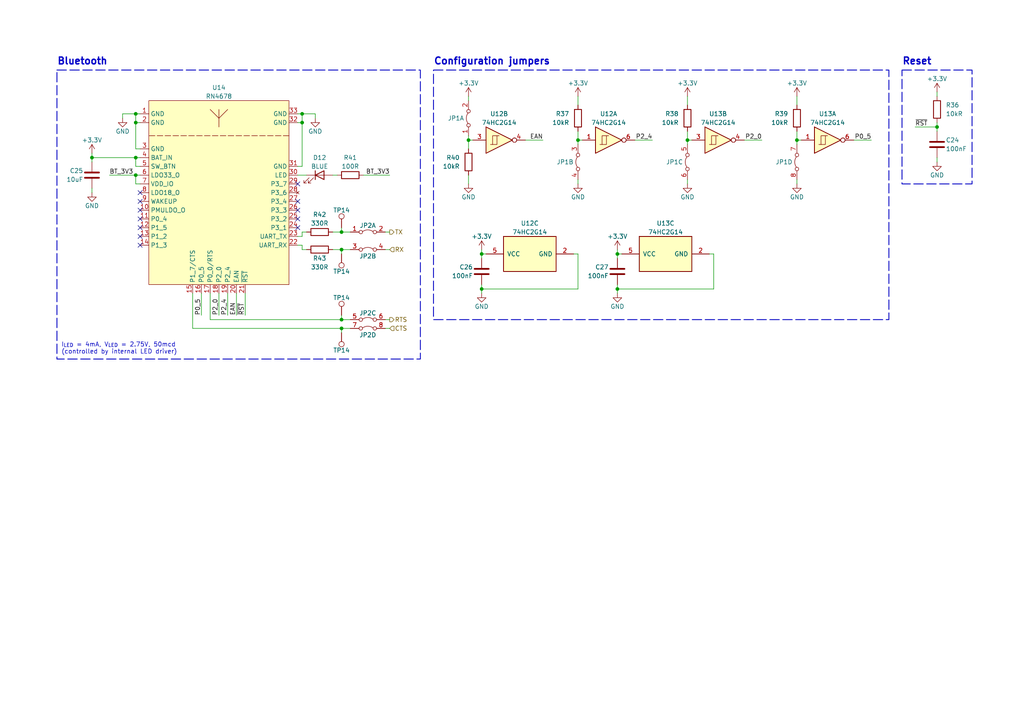
<source format=kicad_sch>
(kicad_sch (version 20230121) (generator eeschema)

  (uuid 9835eab6-cb5b-4db6-b46a-6a273450c629)

  (paper "A4")

  (lib_symbols
    (symbol "Autko:74HC2G14" (pin_names (offset 1.016)) (in_bom yes) (on_board yes)
      (property "Reference" "U" (at 0 1.27 0)
        (effects (font (size 1.27 1.27)))
      )
      (property "Value" "74HC2G14" (at 0 -1.27 0)
        (effects (font (size 1.27 1.27)))
      )
      (property "Footprint" "" (at 0 0 0)
        (effects (font (size 1.27 1.27)) hide)
      )
      (property "Datasheet" "" (at 0 0 0)
        (effects (font (size 1.27 1.27)) hide)
      )
      (property "ki_locked" "" (at 0 0 0)
        (effects (font (size 1.27 1.27)))
      )
      (property "ki_keywords" "HCMOS not inverter" (at 0 0 0)
        (effects (font (size 1.27 1.27)) hide)
      )
      (property "ki_description" "Dual inverter schmitt trigger" (at 0 0 0)
        (effects (font (size 1.27 1.27)) hide)
      )
      (property "ki_fp_filters" "DIP*W7.62mm*" (at 0 0 0)
        (effects (font (size 1.27 1.27)) hide)
      )
      (symbol "74HC2G14_1_0"
        (polyline
          (pts
            (xy -3.81 3.81)
            (xy -3.81 -3.81)
            (xy 3.81 0)
            (xy -3.81 3.81)
          )
          (stroke (width 0.254) (type default))
          (fill (type background))
        )
        (pin input line (at -7.62 0 0) (length 3.81)
          (name "~" (effects (font (size 1.27 1.27))))
          (number "1" (effects (font (size 1.27 1.27))))
        )
        (pin output inverted (at 7.62 0 180) (length 3.81)
          (name "~" (effects (font (size 1.27 1.27))))
          (number "6" (effects (font (size 1.27 1.27))))
        )
      )
      (symbol "74HC2G14_1_1"
        (polyline
          (pts
            (xy -1.905 -1.27)
            (xy -1.905 1.27)
            (xy -0.635 1.27)
          )
          (stroke (width 0) (type default))
          (fill (type none))
        )
        (polyline
          (pts
            (xy -2.54 -1.27)
            (xy -0.635 -1.27)
            (xy -0.635 1.27)
            (xy 0 1.27)
          )
          (stroke (width 0) (type default))
          (fill (type none))
        )
      )
      (symbol "74HC2G14_2_0"
        (polyline
          (pts
            (xy -3.81 3.81)
            (xy -3.81 -3.81)
            (xy 3.81 0)
            (xy -3.81 3.81)
          )
          (stroke (width 0.254) (type default))
          (fill (type background))
        )
        (pin input line (at -7.62 0 0) (length 3.81)
          (name "~" (effects (font (size 1.27 1.27))))
          (number "3" (effects (font (size 1.27 1.27))))
        )
        (pin output inverted (at 7.62 0 180) (length 3.81)
          (name "~" (effects (font (size 1.27 1.27))))
          (number "4" (effects (font (size 1.27 1.27))))
        )
      )
      (symbol "74HC2G14_2_1"
        (polyline
          (pts
            (xy -1.905 -1.27)
            (xy -1.905 1.27)
            (xy -0.635 1.27)
          )
          (stroke (width 0) (type default))
          (fill (type none))
        )
        (polyline
          (pts
            (xy -2.54 -1.27)
            (xy -0.635 -1.27)
            (xy -0.635 1.27)
            (xy 0 1.27)
          )
          (stroke (width 0) (type default))
          (fill (type none))
        )
      )
      (symbol "74HC2G14_3_0"
        (pin power_in line (at 0 -12.7 90) (length 5.08)
          (name "GND" (effects (font (size 1.27 1.27))))
          (number "2" (effects (font (size 1.27 1.27))))
        )
        (pin power_in line (at 0 12.7 270) (length 5.08)
          (name "VCC" (effects (font (size 1.27 1.27))))
          (number "5" (effects (font (size 1.27 1.27))))
        )
      )
      (symbol "74HC2G14_3_1"
        (rectangle (start -5.08 7.62) (end 5.08 -7.62)
          (stroke (width 0.254) (type default))
          (fill (type background))
        )
      )
    )
    (symbol "Autko:Jumper_x4_Bridged" (in_bom yes) (on_board yes)
      (property "Reference" "JP" (at 0 1.905 0)
        (effects (font (size 1.27 1.27)))
      )
      (property "Value" "Jumper_x4_Bridged" (at 0 -3.81 0)
        (effects (font (size 1.27 1.27)) hide)
      )
      (property "Footprint" "Connector_PinHeader_2.54mm:PinHeader_2x04_P2.54mm_Vertical" (at 0 -1.905 0)
        (effects (font (size 1.27 1.27)) hide)
      )
      (property "Datasheet" "" (at 0 0 0)
        (effects (font (size 1.27 1.27)) hide)
      )
      (symbol "Jumper_x4_Bridged_0_0"
        (circle (center -2.032 0) (radius 0.508)
          (stroke (width 0) (type default))
          (fill (type none))
        )
        (circle (center 2.032 0) (radius 0.508)
          (stroke (width 0) (type default))
          (fill (type none))
        )
      )
      (symbol "Jumper_x4_Bridged_0_1"
        (arc (start 1.524 0.127) (mid 0 0.635) (end -1.524 0.127)
          (stroke (width 0) (type default))
          (fill (type none))
        )
      )
      (symbol "Jumper_x4_Bridged_1_1"
        (pin passive line (at -5.08 0 0) (length 2.54)
          (name "" (effects (font (size 1.27 1.27))))
          (number "1" (effects (font (size 1.27 1.27))))
        )
        (pin passive line (at 5.08 0 180) (length 2.54)
          (name "" (effects (font (size 1.27 1.27))))
          (number "2" (effects (font (size 1.27 1.27))))
        )
      )
      (symbol "Jumper_x4_Bridged_2_1"
        (pin passive line (at -5.08 0 0) (length 2.54)
          (name "" (effects (font (size 1.27 1.27))))
          (number "3" (effects (font (size 1.27 1.27))))
        )
        (pin passive line (at 5.08 0 180) (length 2.54)
          (name "" (effects (font (size 1.27 1.27))))
          (number "4" (effects (font (size 1.27 1.27))))
        )
      )
      (symbol "Jumper_x4_Bridged_3_1"
        (pin passive line (at -5.08 0 0) (length 2.54)
          (name "" (effects (font (size 1.27 1.27))))
          (number "5" (effects (font (size 1.27 1.27))))
        )
        (pin passive line (at 5.08 0 180) (length 2.54)
          (name "" (effects (font (size 1.27 1.27))))
          (number "6" (effects (font (size 1.27 1.27))))
        )
      )
      (symbol "Jumper_x4_Bridged_4_1"
        (pin passive line (at -5.08 0 0) (length 2.54)
          (name "" (effects (font (size 1.27 1.27))))
          (number "7" (effects (font (size 1.27 1.27))))
        )
        (pin passive line (at 5.08 0 180) (length 2.54)
          (name "" (effects (font (size 1.27 1.27))))
          (number "8" (effects (font (size 1.27 1.27))))
        )
      )
    )
    (symbol "Autko:RN4678" (in_bom yes) (on_board yes)
      (property "Reference" "U" (at 0 30.48 0)
        (effects (font (size 1.27 1.27)))
      )
      (property "Value" "RN4678" (at 0 27.94 0)
        (effects (font (size 1.27 1.27)))
      )
      (property "Footprint" "Autko:RN4678" (at 12.7 30.48 0)
        (effects (font (size 1.27 1.27)) hide)
      )
      (property "Datasheet" "" (at 12.7 30.48 0)
        (effects (font (size 1.27 1.27)) hide)
      )
      (symbol "RN4678_0_1"
        (polyline
          (pts
            (xy 0 19.05)
            (xy 0 24.13)
          )
          (stroke (width 0) (type default))
          (fill (type none))
        )
        (polyline
          (pts
            (xy 2.54 24.13)
            (xy 0 21.59)
            (xy -2.54 24.13)
          )
          (stroke (width 0) (type default))
          (fill (type none))
        )
      )
      (symbol "RN4678_1_1"
        (rectangle (start -20.32 26.67) (end 20.32 -26.67)
          (stroke (width 0) (type default))
          (fill (type background))
        )
        (polyline
          (pts
            (xy 20.32 16.51)
            (xy -20.32 16.51)
          )
          (stroke (width 0) (type dash))
          (fill (type none))
        )
        (pin power_in line (at -22.86 22.86 0) (length 2.54)
          (name "GND" (effects (font (size 1.27 1.27))))
          (number "1" (effects (font (size 1.27 1.27))))
        )
        (pin power_out line (at -22.86 -5.08 0) (length 2.54)
          (name "PMULDO_O" (effects (font (size 1.27 1.27))))
          (number "10" (effects (font (size 1.27 1.27))))
        )
        (pin output line (at -22.86 -7.62 0) (length 2.54)
          (name "P0_4" (effects (font (size 1.27 1.27))))
          (number "11" (effects (font (size 1.27 1.27))))
        )
        (pin output line (at -22.86 -10.16 0) (length 2.54)
          (name "P1_5" (effects (font (size 1.27 1.27))))
          (number "12" (effects (font (size 1.27 1.27))))
        )
        (pin output line (at -22.86 -12.7 0) (length 2.54)
          (name "P1_2" (effects (font (size 1.27 1.27))))
          (number "13" (effects (font (size 1.27 1.27))))
        )
        (pin bidirectional line (at -22.86 -15.24 0) (length 2.54)
          (name "P1_3" (effects (font (size 1.27 1.27))))
          (number "14" (effects (font (size 1.27 1.27))))
        )
        (pin bidirectional line (at -7.62 -29.21 90) (length 2.54)
          (name "P1_7/CTS" (effects (font (size 1.27 1.27))))
          (number "15" (effects (font (size 1.27 1.27))))
        )
        (pin bidirectional line (at -5.08 -29.21 90) (length 2.54)
          (name "P0_5" (effects (font (size 1.27 1.27))))
          (number "16" (effects (font (size 1.27 1.27))))
        )
        (pin bidirectional line (at -2.54 -29.21 90) (length 2.54)
          (name "P0_0/RTS" (effects (font (size 1.27 1.27))))
          (number "17" (effects (font (size 1.27 1.27))))
        )
        (pin input line (at 0 -29.21 90) (length 2.54)
          (name "P2_0" (effects (font (size 1.27 1.27))))
          (number "18" (effects (font (size 1.27 1.27))))
        )
        (pin input line (at 2.54 -29.21 90) (length 2.54)
          (name "P2_4" (effects (font (size 1.27 1.27))))
          (number "19" (effects (font (size 1.27 1.27))))
        )
        (pin power_in line (at -22.86 20.32 0) (length 2.54)
          (name "GND" (effects (font (size 1.27 1.27))))
          (number "2" (effects (font (size 1.27 1.27))))
        )
        (pin input line (at 5.08 -29.21 90) (length 2.54)
          (name "EAN" (effects (font (size 1.27 1.27))))
          (number "20" (effects (font (size 1.27 1.27))))
        )
        (pin input line (at 7.62 -29.21 90) (length 2.54)
          (name "~{RST}" (effects (font (size 1.27 1.27))))
          (number "21" (effects (font (size 1.27 1.27))))
        )
        (pin input line (at 22.86 -15.24 180) (length 2.54)
          (name "UART_RX" (effects (font (size 1.27 1.27))))
          (number "22" (effects (font (size 1.27 1.27))))
        )
        (pin output line (at 22.86 -12.7 180) (length 2.54)
          (name "UART_TX" (effects (font (size 1.27 1.27))))
          (number "23" (effects (font (size 1.27 1.27))))
        )
        (pin bidirectional line (at 22.86 -10.16 180) (length 2.54)
          (name "P3_1" (effects (font (size 1.27 1.27))))
          (number "24" (effects (font (size 1.27 1.27))))
        )
        (pin bidirectional line (at 22.86 -7.62 180) (length 2.54)
          (name "P3_2" (effects (font (size 1.27 1.27))))
          (number "25" (effects (font (size 1.27 1.27))))
        )
        (pin bidirectional line (at 22.86 -5.08 180) (length 2.54)
          (name "P3_3" (effects (font (size 1.27 1.27))))
          (number "26" (effects (font (size 1.27 1.27))))
        )
        (pin bidirectional line (at 22.86 -2.54 180) (length 2.54)
          (name "P3_4" (effects (font (size 1.27 1.27))))
          (number "27" (effects (font (size 1.27 1.27))))
        )
        (pin no_connect line (at 22.86 0 180) (length 2.54)
          (name "P3_6" (effects (font (size 1.27 1.27))))
          (number "28" (effects (font (size 1.27 1.27))))
        )
        (pin bidirectional line (at 22.86 2.54 180) (length 2.54)
          (name "P3_7" (effects (font (size 1.27 1.27))))
          (number "29" (effects (font (size 1.27 1.27))))
        )
        (pin power_in line (at -22.86 12.7 0) (length 2.54)
          (name "GND" (effects (font (size 1.27 1.27))))
          (number "3" (effects (font (size 1.27 1.27))))
        )
        (pin output line (at 22.86 5.08 180) (length 2.54)
          (name "LED" (effects (font (size 1.27 1.27))))
          (number "30" (effects (font (size 1.27 1.27))))
        )
        (pin power_in line (at 22.86 7.62 180) (length 2.54)
          (name "GND" (effects (font (size 1.27 1.27))))
          (number "31" (effects (font (size 1.27 1.27))))
        )
        (pin power_in line (at 22.86 20.32 180) (length 2.54)
          (name "GND" (effects (font (size 1.27 1.27))))
          (number "32" (effects (font (size 1.27 1.27))))
        )
        (pin power_in line (at 22.86 22.86 180) (length 2.54)
          (name "GND" (effects (font (size 1.27 1.27))))
          (number "33" (effects (font (size 1.27 1.27))))
        )
        (pin power_in line (at -22.86 10.16 0) (length 2.54)
          (name "BAT_IN" (effects (font (size 1.27 1.27))))
          (number "4" (effects (font (size 1.27 1.27))))
        )
        (pin input line (at -22.86 7.62 0) (length 2.54)
          (name "SW_BTN" (effects (font (size 1.27 1.27))))
          (number "5" (effects (font (size 1.27 1.27))))
        )
        (pin power_out line (at -22.86 5.08 0) (length 2.54)
          (name "LDO33_O" (effects (font (size 1.27 1.27))))
          (number "6" (effects (font (size 1.27 1.27))))
        )
        (pin power_in line (at -22.86 2.54 0) (length 2.54)
          (name "VDD_IO" (effects (font (size 1.27 1.27))))
          (number "7" (effects (font (size 1.27 1.27))))
        )
        (pin power_out line (at -22.86 0 0) (length 2.54)
          (name "LDO18_O" (effects (font (size 1.27 1.27))))
          (number "8" (effects (font (size 1.27 1.27))))
        )
        (pin input line (at -22.86 -2.54 0) (length 2.54)
          (name "WAKEUP" (effects (font (size 1.27 1.27))))
          (number "9" (effects (font (size 1.27 1.27))))
        )
      )
    )
    (symbol "Connector:TestPoint" (pin_numbers hide) (pin_names (offset 0.762) hide) (in_bom yes) (on_board yes)
      (property "Reference" "TP" (at 0 6.858 0)
        (effects (font (size 1.27 1.27)))
      )
      (property "Value" "TestPoint" (at 0 5.08 0)
        (effects (font (size 1.27 1.27)))
      )
      (property "Footprint" "" (at 5.08 0 0)
        (effects (font (size 1.27 1.27)) hide)
      )
      (property "Datasheet" "~" (at 5.08 0 0)
        (effects (font (size 1.27 1.27)) hide)
      )
      (property "ki_keywords" "test point tp" (at 0 0 0)
        (effects (font (size 1.27 1.27)) hide)
      )
      (property "ki_description" "test point" (at 0 0 0)
        (effects (font (size 1.27 1.27)) hide)
      )
      (property "ki_fp_filters" "Pin* Test*" (at 0 0 0)
        (effects (font (size 1.27 1.27)) hide)
      )
      (symbol "TestPoint_0_1"
        (circle (center 0 3.302) (radius 0.762)
          (stroke (width 0) (type default))
          (fill (type none))
        )
      )
      (symbol "TestPoint_1_1"
        (pin passive line (at 0 0 90) (length 2.54)
          (name "1" (effects (font (size 1.27 1.27))))
          (number "1" (effects (font (size 1.27 1.27))))
        )
      )
    )
    (symbol "Device:C" (pin_numbers hide) (pin_names (offset 0.254)) (in_bom yes) (on_board yes)
      (property "Reference" "C" (at 0.635 2.54 0)
        (effects (font (size 1.27 1.27)) (justify left))
      )
      (property "Value" "C" (at 0.635 -2.54 0)
        (effects (font (size 1.27 1.27)) (justify left))
      )
      (property "Footprint" "" (at 0.9652 -3.81 0)
        (effects (font (size 1.27 1.27)) hide)
      )
      (property "Datasheet" "~" (at 0 0 0)
        (effects (font (size 1.27 1.27)) hide)
      )
      (property "ki_keywords" "cap capacitor" (at 0 0 0)
        (effects (font (size 1.27 1.27)) hide)
      )
      (property "ki_description" "Unpolarized capacitor" (at 0 0 0)
        (effects (font (size 1.27 1.27)) hide)
      )
      (property "ki_fp_filters" "C_*" (at 0 0 0)
        (effects (font (size 1.27 1.27)) hide)
      )
      (symbol "C_0_1"
        (polyline
          (pts
            (xy -2.032 -0.762)
            (xy 2.032 -0.762)
          )
          (stroke (width 0.508) (type default))
          (fill (type none))
        )
        (polyline
          (pts
            (xy -2.032 0.762)
            (xy 2.032 0.762)
          )
          (stroke (width 0.508) (type default))
          (fill (type none))
        )
      )
      (symbol "C_1_1"
        (pin passive line (at 0 3.81 270) (length 2.794)
          (name "~" (effects (font (size 1.27 1.27))))
          (number "1" (effects (font (size 1.27 1.27))))
        )
        (pin passive line (at 0 -3.81 90) (length 2.794)
          (name "~" (effects (font (size 1.27 1.27))))
          (number "2" (effects (font (size 1.27 1.27))))
        )
      )
    )
    (symbol "Device:LED" (pin_numbers hide) (pin_names (offset 1.016) hide) (in_bom yes) (on_board yes)
      (property "Reference" "D" (at 0 2.54 0)
        (effects (font (size 1.27 1.27)))
      )
      (property "Value" "LED" (at 0 -2.54 0)
        (effects (font (size 1.27 1.27)))
      )
      (property "Footprint" "" (at 0 0 0)
        (effects (font (size 1.27 1.27)) hide)
      )
      (property "Datasheet" "~" (at 0 0 0)
        (effects (font (size 1.27 1.27)) hide)
      )
      (property "ki_keywords" "LED diode" (at 0 0 0)
        (effects (font (size 1.27 1.27)) hide)
      )
      (property "ki_description" "Light emitting diode" (at 0 0 0)
        (effects (font (size 1.27 1.27)) hide)
      )
      (property "ki_fp_filters" "LED* LED_SMD:* LED_THT:*" (at 0 0 0)
        (effects (font (size 1.27 1.27)) hide)
      )
      (symbol "LED_0_1"
        (polyline
          (pts
            (xy -1.27 -1.27)
            (xy -1.27 1.27)
          )
          (stroke (width 0.254) (type default))
          (fill (type none))
        )
        (polyline
          (pts
            (xy -1.27 0)
            (xy 1.27 0)
          )
          (stroke (width 0) (type default))
          (fill (type none))
        )
        (polyline
          (pts
            (xy 1.27 -1.27)
            (xy 1.27 1.27)
            (xy -1.27 0)
            (xy 1.27 -1.27)
          )
          (stroke (width 0.254) (type default))
          (fill (type none))
        )
        (polyline
          (pts
            (xy -3.048 -0.762)
            (xy -4.572 -2.286)
            (xy -3.81 -2.286)
            (xy -4.572 -2.286)
            (xy -4.572 -1.524)
          )
          (stroke (width 0) (type default))
          (fill (type none))
        )
        (polyline
          (pts
            (xy -1.778 -0.762)
            (xy -3.302 -2.286)
            (xy -2.54 -2.286)
            (xy -3.302 -2.286)
            (xy -3.302 -1.524)
          )
          (stroke (width 0) (type default))
          (fill (type none))
        )
      )
      (symbol "LED_1_1"
        (pin passive line (at -3.81 0 0) (length 2.54)
          (name "K" (effects (font (size 1.27 1.27))))
          (number "1" (effects (font (size 1.27 1.27))))
        )
        (pin passive line (at 3.81 0 180) (length 2.54)
          (name "A" (effects (font (size 1.27 1.27))))
          (number "2" (effects (font (size 1.27 1.27))))
        )
      )
    )
    (symbol "Device:R" (pin_numbers hide) (pin_names (offset 0)) (in_bom yes) (on_board yes)
      (property "Reference" "R" (at 2.032 0 90)
        (effects (font (size 1.27 1.27)))
      )
      (property "Value" "R" (at 0 0 90)
        (effects (font (size 1.27 1.27)))
      )
      (property "Footprint" "" (at -1.778 0 90)
        (effects (font (size 1.27 1.27)) hide)
      )
      (property "Datasheet" "~" (at 0 0 0)
        (effects (font (size 1.27 1.27)) hide)
      )
      (property "ki_keywords" "R res resistor" (at 0 0 0)
        (effects (font (size 1.27 1.27)) hide)
      )
      (property "ki_description" "Resistor" (at 0 0 0)
        (effects (font (size 1.27 1.27)) hide)
      )
      (property "ki_fp_filters" "R_*" (at 0 0 0)
        (effects (font (size 1.27 1.27)) hide)
      )
      (symbol "R_0_1"
        (rectangle (start -1.016 -2.54) (end 1.016 2.54)
          (stroke (width 0.254) (type default))
          (fill (type none))
        )
      )
      (symbol "R_1_1"
        (pin passive line (at 0 3.81 270) (length 1.27)
          (name "~" (effects (font (size 1.27 1.27))))
          (number "1" (effects (font (size 1.27 1.27))))
        )
        (pin passive line (at 0 -3.81 90) (length 1.27)
          (name "~" (effects (font (size 1.27 1.27))))
          (number "2" (effects (font (size 1.27 1.27))))
        )
      )
    )
    (symbol "power:+3.3V" (power) (pin_names (offset 0)) (in_bom yes) (on_board yes)
      (property "Reference" "#PWR" (at 0 -3.81 0)
        (effects (font (size 1.27 1.27)) hide)
      )
      (property "Value" "+3.3V" (at 0 3.556 0)
        (effects (font (size 1.27 1.27)))
      )
      (property "Footprint" "" (at 0 0 0)
        (effects (font (size 1.27 1.27)) hide)
      )
      (property "Datasheet" "" (at 0 0 0)
        (effects (font (size 1.27 1.27)) hide)
      )
      (property "ki_keywords" "global power" (at 0 0 0)
        (effects (font (size 1.27 1.27)) hide)
      )
      (property "ki_description" "Power symbol creates a global label with name \"+3.3V\"" (at 0 0 0)
        (effects (font (size 1.27 1.27)) hide)
      )
      (symbol "+3.3V_0_1"
        (polyline
          (pts
            (xy -0.762 1.27)
            (xy 0 2.54)
          )
          (stroke (width 0) (type default))
          (fill (type none))
        )
        (polyline
          (pts
            (xy 0 0)
            (xy 0 2.54)
          )
          (stroke (width 0) (type default))
          (fill (type none))
        )
        (polyline
          (pts
            (xy 0 2.54)
            (xy 0.762 1.27)
          )
          (stroke (width 0) (type default))
          (fill (type none))
        )
      )
      (symbol "+3.3V_1_1"
        (pin power_in line (at 0 0 90) (length 0) hide
          (name "+3.3V" (effects (font (size 1.27 1.27))))
          (number "1" (effects (font (size 1.27 1.27))))
        )
      )
    )
    (symbol "power:GND" (power) (pin_names (offset 0)) (in_bom yes) (on_board yes)
      (property "Reference" "#PWR" (at 0 -6.35 0)
        (effects (font (size 1.27 1.27)) hide)
      )
      (property "Value" "GND" (at 0 -3.81 0)
        (effects (font (size 1.27 1.27)))
      )
      (property "Footprint" "" (at 0 0 0)
        (effects (font (size 1.27 1.27)) hide)
      )
      (property "Datasheet" "" (at 0 0 0)
        (effects (font (size 1.27 1.27)) hide)
      )
      (property "ki_keywords" "global power" (at 0 0 0)
        (effects (font (size 1.27 1.27)) hide)
      )
      (property "ki_description" "Power symbol creates a global label with name \"GND\" , ground" (at 0 0 0)
        (effects (font (size 1.27 1.27)) hide)
      )
      (symbol "GND_0_1"
        (polyline
          (pts
            (xy 0 0)
            (xy 0 -1.27)
            (xy 1.27 -1.27)
            (xy 0 -2.54)
            (xy -1.27 -1.27)
            (xy 0 -1.27)
          )
          (stroke (width 0) (type default))
          (fill (type none))
        )
      )
      (symbol "GND_1_1"
        (pin power_in line (at 0 0 270) (length 0) hide
          (name "GND" (effects (font (size 1.27 1.27))))
          (number "1" (effects (font (size 1.27 1.27))))
        )
      )
    )
  )

  (junction (at 99.06 67.31) (diameter 0) (color 0 0 0 0)
    (uuid 0b259e65-9bd1-4f60-b124-90a609e137bd)
  )
  (junction (at 179.07 83.82) (diameter 0) (color 0 0 0 0)
    (uuid 270360a5-3bdf-4041-a1ec-9ce5f60ae88c)
  )
  (junction (at 179.07 73.66) (diameter 0) (color 0 0 0 0)
    (uuid 2f731f73-007d-4bf3-a2c9-8ce371a00061)
  )
  (junction (at 39.37 35.56) (diameter 0) (color 0 0 0 0)
    (uuid 3c3cc6bb-8c92-4938-aa0e-4d5c6a453861)
  )
  (junction (at 87.63 35.56) (diameter 0) (color 0 0 0 0)
    (uuid 3c96f65e-a9d3-4531-93c5-343bb7998070)
  )
  (junction (at 167.64 40.64) (diameter 0) (color 0 0 0 0)
    (uuid 417c1e4f-45d0-467f-b680-72ce55c89e62)
  )
  (junction (at 139.7 73.66) (diameter 0) (color 0 0 0 0)
    (uuid 4f0726ca-2bb7-4299-80a5-e8df3d619870)
  )
  (junction (at 99.06 95.25) (diameter 0) (color 0 0 0 0)
    (uuid 55174076-8c13-4169-9126-225c7fc757e3)
  )
  (junction (at 135.89 40.64) (diameter 0) (color 0 0 0 0)
    (uuid 5b204e55-2a58-4952-91d1-cbcb9f2f6f31)
  )
  (junction (at 231.14 40.64) (diameter 0) (color 0 0 0 0)
    (uuid 5d141bc3-df79-46bd-bf94-6bb45ee5276d)
  )
  (junction (at 39.37 45.72) (diameter 0) (color 0 0 0 0)
    (uuid 795faa39-506a-4abb-97c9-27d3ae8bba3e)
  )
  (junction (at 87.63 33.02) (diameter 0) (color 0 0 0 0)
    (uuid 8453b4b7-9ebf-4f82-9c4b-633ed687de50)
  )
  (junction (at 39.37 33.02) (diameter 0) (color 0 0 0 0)
    (uuid 893d9e71-584c-48d2-bd74-0ceb8c52db2a)
  )
  (junction (at 139.7 83.82) (diameter 0) (color 0 0 0 0)
    (uuid 95896797-561a-4163-9c71-c7ceface119d)
  )
  (junction (at 39.37 50.8) (diameter 0) (color 0 0 0 0)
    (uuid a0112409-6516-421b-a64f-e168eab04333)
  )
  (junction (at 99.06 72.39) (diameter 0) (color 0 0 0 0)
    (uuid cf365cf4-75c0-4b48-a978-164f83bc777b)
  )
  (junction (at 99.06 92.71) (diameter 0) (color 0 0 0 0)
    (uuid d35a06e6-636e-4fae-97d7-ec11622d5ec9)
  )
  (junction (at 271.78 36.83) (diameter 0) (color 0 0 0 0)
    (uuid db40c2b0-64a8-46d5-afa5-06d49a9a84fa)
  )
  (junction (at 199.39 40.64) (diameter 0) (color 0 0 0 0)
    (uuid e8b8bac0-02e6-45f9-ad11-a10e94b54b6d)
  )
  (junction (at 26.67 45.72) (diameter 0) (color 0 0 0 0)
    (uuid f438bb40-2d29-45db-9f8f-ac8751cdd4ed)
  )

  (no_connect (at 40.64 63.5) (uuid 0f1e5f4f-9397-46e0-a423-077c2a92615c))
  (no_connect (at 86.36 53.34) (uuid 118fd0de-e076-4de8-be58-ddaa48be7ede))
  (no_connect (at 40.64 68.58) (uuid 151d4361-feaf-42e5-bcd6-82b6d4068881))
  (no_connect (at 40.64 66.04) (uuid 181f741f-66e9-49eb-9939-2eebd0b35963))
  (no_connect (at 86.36 66.04) (uuid 2cf380da-f343-45be-8616-691f403d3593))
  (no_connect (at 86.36 63.5) (uuid 32e82806-75b2-4a59-b7a1-77534df9c85f))
  (no_connect (at 40.64 71.12) (uuid 4cd67752-c4fe-47db-a598-5af62049dff2))
  (no_connect (at 40.64 60.96) (uuid 53ec0003-c0c1-4a30-a826-7629ec7ee588))
  (no_connect (at 86.36 60.96) (uuid 722f37aa-7e31-4fec-a7a0-0d610035aee3))
  (no_connect (at 40.64 55.88) (uuid c187efa5-14c7-4e21-9930-6860d0fc1a97))
  (no_connect (at 86.36 58.42) (uuid cde2a3a3-fd9f-4ca7-ad3c-c65e5bbcb6d3))
  (no_connect (at 40.64 58.42) (uuid eea78e5e-d5a3-429f-b894-dfb3393c982e))

  (wire (pts (xy 167.64 40.64) (xy 167.64 41.91))
    (stroke (width 0) (type default))
    (uuid 0133f49f-6ce9-4ffb-96f4-49d8c0bead23)
  )
  (wire (pts (xy 199.39 40.64) (xy 200.66 40.64))
    (stroke (width 0) (type default))
    (uuid 0fb8762a-e3dc-4efd-ac3b-bbf9ef18671d)
  )
  (wire (pts (xy 40.64 50.8) (xy 39.37 50.8))
    (stroke (width 0) (type default))
    (uuid 106de61a-aa96-435e-b22f-e67a7b47e72d)
  )
  (wire (pts (xy 99.06 91.44) (xy 99.06 92.71))
    (stroke (width 0) (type default))
    (uuid 10a5f764-57a5-4ee1-a49c-fc39533ce067)
  )
  (wire (pts (xy 167.64 27.94) (xy 167.64 30.48))
    (stroke (width 0) (type default))
    (uuid 10c3e2aa-c818-4155-a3a6-e4e992d7951e)
  )
  (wire (pts (xy 99.06 72.39) (xy 99.06 73.66))
    (stroke (width 0) (type default))
    (uuid 111ded28-a45a-4438-b7d7-eb9712296e30)
  )
  (wire (pts (xy 26.67 45.72) (xy 26.67 46.99))
    (stroke (width 0) (type default))
    (uuid 1218c863-fa19-4b25-8582-8dc2d557a0b9)
  )
  (wire (pts (xy 39.37 53.34) (xy 40.64 53.34))
    (stroke (width 0) (type default))
    (uuid 141b8104-b3e7-4d4f-b13e-ba86ed26e902)
  )
  (wire (pts (xy 87.63 71.12) (xy 86.36 71.12))
    (stroke (width 0) (type default))
    (uuid 1f687446-2047-411c-8911-f20111854a16)
  )
  (wire (pts (xy 39.37 43.18) (xy 39.37 35.56))
    (stroke (width 0) (type default))
    (uuid 1f88a12b-7d97-4930-b613-c03070c2b17f)
  )
  (wire (pts (xy 99.06 92.71) (xy 101.6 92.71))
    (stroke (width 0) (type default))
    (uuid 2138575a-f49b-4396-a9f9-26a6ea0b5a81)
  )
  (wire (pts (xy 139.7 82.55) (xy 139.7 83.82))
    (stroke (width 0) (type default))
    (uuid 22af9ff0-2fd9-4c6f-9a4c-b002c3b40663)
  )
  (wire (pts (xy 231.14 52.07) (xy 231.14 53.34))
    (stroke (width 0) (type default))
    (uuid 231f40d5-df7c-4c1d-a675-9bae6a9e30ac)
  )
  (wire (pts (xy 167.64 40.64) (xy 168.91 40.64))
    (stroke (width 0) (type default))
    (uuid 2386907c-296e-4c06-9ea2-8f759474d8de)
  )
  (wire (pts (xy 96.52 67.31) (xy 99.06 67.31))
    (stroke (width 0) (type default))
    (uuid 25941d72-f33a-45c6-90a5-39465d54aa91)
  )
  (wire (pts (xy 55.88 95.25) (xy 99.06 95.25))
    (stroke (width 0) (type default))
    (uuid 2a34a08a-e8fb-4438-841b-6b649769dda1)
  )
  (wire (pts (xy 31.75 50.8) (xy 39.37 50.8))
    (stroke (width 0) (type default))
    (uuid 2c9aa8cb-b39b-474c-b883-d845ee731523)
  )
  (wire (pts (xy 111.76 72.39) (xy 113.03 72.39))
    (stroke (width 0) (type default))
    (uuid 32acace3-4115-4a29-bfe4-e8f2f34efa9c)
  )
  (wire (pts (xy 66.04 85.09) (xy 66.04 91.44))
    (stroke (width 0) (type default))
    (uuid 32b32a0f-f148-4402-be61-27ad0aa9e57c)
  )
  (wire (pts (xy 99.06 72.39) (xy 101.6 72.39))
    (stroke (width 0) (type default))
    (uuid 3357ffc8-ccca-45a2-80b4-3dd8b8fbf149)
  )
  (wire (pts (xy 87.63 48.26) (xy 87.63 35.56))
    (stroke (width 0) (type default))
    (uuid 35e0d18c-9a99-4ab9-86ab-7d96d2e3bf93)
  )
  (wire (pts (xy 39.37 33.02) (xy 40.64 33.02))
    (stroke (width 0) (type default))
    (uuid 3adc859f-6b71-4d53-9f4f-b5822b4c4bab)
  )
  (wire (pts (xy 39.37 45.72) (xy 40.64 45.72))
    (stroke (width 0) (type default))
    (uuid 3d59eb31-bc81-4944-bb36-2fd189c15c9f)
  )
  (wire (pts (xy 135.89 50.8) (xy 135.89 53.34))
    (stroke (width 0) (type default))
    (uuid 3d91938d-253c-4d4e-aa50-8cd7590294b5)
  )
  (wire (pts (xy 39.37 50.8) (xy 39.37 53.34))
    (stroke (width 0) (type default))
    (uuid 461d596b-f8c3-4ee5-b005-fe96b1a715a5)
  )
  (wire (pts (xy 199.39 38.1) (xy 199.39 40.64))
    (stroke (width 0) (type default))
    (uuid 497585fb-bd99-44bd-ae66-6966a34b95a5)
  )
  (wire (pts (xy 231.14 38.1) (xy 231.14 40.64))
    (stroke (width 0) (type default))
    (uuid 4b82494d-dc5d-41a0-bc57-8b3536aeee9b)
  )
  (wire (pts (xy 39.37 48.26) (xy 39.37 45.72))
    (stroke (width 0) (type default))
    (uuid 4c92bcb5-37b9-435b-94d5-321f996f30b7)
  )
  (wire (pts (xy 179.07 73.66) (xy 179.07 74.93))
    (stroke (width 0) (type default))
    (uuid 507c2d21-0c4f-41ff-b0aa-7e102c698ebd)
  )
  (wire (pts (xy 135.89 40.64) (xy 137.16 40.64))
    (stroke (width 0) (type default))
    (uuid 5262f5dd-ecb0-4bdc-998e-75ddb82ea275)
  )
  (wire (pts (xy 26.67 45.72) (xy 39.37 45.72))
    (stroke (width 0) (type default))
    (uuid 5286a97c-136a-4f08-8616-a8cdfa17640f)
  )
  (wire (pts (xy 105.41 50.8) (xy 113.03 50.8))
    (stroke (width 0) (type default))
    (uuid 52a09d0a-c059-43ed-b741-8fc206182247)
  )
  (wire (pts (xy 179.07 73.66) (xy 180.34 73.66))
    (stroke (width 0) (type default))
    (uuid 546bc455-0a33-4561-b0cc-59f3e1802175)
  )
  (wire (pts (xy 35.56 33.02) (xy 39.37 33.02))
    (stroke (width 0) (type default))
    (uuid 57788adb-59a9-4011-ab55-0b9241340980)
  )
  (wire (pts (xy 179.07 72.39) (xy 179.07 73.66))
    (stroke (width 0) (type default))
    (uuid 57856e98-2e3c-4608-be14-a2962af62192)
  )
  (wire (pts (xy 199.39 27.94) (xy 199.39 30.48))
    (stroke (width 0) (type default))
    (uuid 5a210aa6-e850-4679-abb7-725d5db13215)
  )
  (wire (pts (xy 87.63 72.39) (xy 88.9 72.39))
    (stroke (width 0) (type default))
    (uuid 5a2c3742-a27d-4960-b0c0-0d52ddb49ba1)
  )
  (wire (pts (xy 40.64 48.26) (xy 39.37 48.26))
    (stroke (width 0) (type default))
    (uuid 5c3ba331-295b-4f4c-ad29-eb187f5ef2ab)
  )
  (wire (pts (xy 99.06 66.04) (xy 99.06 67.31))
    (stroke (width 0) (type default))
    (uuid 5ce88632-6520-4c6d-8c58-85e220be2f59)
  )
  (wire (pts (xy 139.7 83.82) (xy 139.7 85.09))
    (stroke (width 0) (type default))
    (uuid 64ca4eb1-c99a-433d-a765-56b0fa3e0bc1)
  )
  (wire (pts (xy 91.44 33.02) (xy 87.63 33.02))
    (stroke (width 0) (type default))
    (uuid 6ab0dd2f-83f2-4bfc-8ec7-a5b742b44881)
  )
  (wire (pts (xy 167.64 83.82) (xy 139.7 83.82))
    (stroke (width 0) (type default))
    (uuid 6ac60ef5-ea4b-43e8-b2fc-f953c0bf9a43)
  )
  (wire (pts (xy 135.89 40.64) (xy 135.89 43.18))
    (stroke (width 0) (type default))
    (uuid 6b3e27f3-b2c3-4836-a2b4-c686cfa5d2a7)
  )
  (wire (pts (xy 139.7 73.66) (xy 139.7 74.93))
    (stroke (width 0) (type default))
    (uuid 6b4eab6b-c5be-4d13-9e86-9eda10e32d9f)
  )
  (wire (pts (xy 96.52 72.39) (xy 99.06 72.39))
    (stroke (width 0) (type default))
    (uuid 6d906d9c-0ec5-40f7-b1dd-d27c86e2b545)
  )
  (wire (pts (xy 139.7 73.66) (xy 140.97 73.66))
    (stroke (width 0) (type default))
    (uuid 6eab38c6-878a-4fab-bdd5-0bb798263c41)
  )
  (wire (pts (xy 87.63 67.31) (xy 88.9 67.31))
    (stroke (width 0) (type default))
    (uuid 6f6b5b9d-ff99-488e-a0b5-95e78b97f930)
  )
  (wire (pts (xy 271.78 46.99) (xy 271.78 45.72))
    (stroke (width 0) (type default))
    (uuid 7005bf77-7ce7-4591-b3c3-72a055e75846)
  )
  (wire (pts (xy 55.88 95.25) (xy 55.88 85.09))
    (stroke (width 0) (type default))
    (uuid 76b0a6d6-cfda-4a3b-9171-ce1bbb972b34)
  )
  (wire (pts (xy 111.76 92.71) (xy 113.03 92.71))
    (stroke (width 0) (type default))
    (uuid 7aa9d31a-80ee-4f1c-ac75-2b2a2cd38fdc)
  )
  (wire (pts (xy 231.14 40.64) (xy 231.14 41.91))
    (stroke (width 0) (type default))
    (uuid 7ad9859a-48e9-42c1-9d9e-4700d1180f3d)
  )
  (wire (pts (xy 68.58 85.09) (xy 68.58 91.44))
    (stroke (width 0) (type default))
    (uuid 803b010e-c553-4a33-8787-351dcd6e1208)
  )
  (wire (pts (xy 99.06 67.31) (xy 101.6 67.31))
    (stroke (width 0) (type default))
    (uuid 86d1c6ce-6c49-4643-a95e-485eddeb3d1d)
  )
  (wire (pts (xy 26.67 44.45) (xy 26.67 45.72))
    (stroke (width 0) (type default))
    (uuid 889cdf7a-16f6-4d39-a337-d723a048685b)
  )
  (wire (pts (xy 111.76 95.25) (xy 113.03 95.25))
    (stroke (width 0) (type default))
    (uuid 897ed7e7-ac1d-4998-b9de-b51c4d6fcc8e)
  )
  (wire (pts (xy 207.01 73.66) (xy 207.01 83.82))
    (stroke (width 0) (type default))
    (uuid 8a29b091-2271-4a28-b5c2-f4d580721a96)
  )
  (wire (pts (xy 87.63 68.58) (xy 86.36 68.58))
    (stroke (width 0) (type default))
    (uuid 8ba49bac-5cfe-4cc0-a0e2-c3089ec11831)
  )
  (wire (pts (xy 179.07 83.82) (xy 179.07 85.09))
    (stroke (width 0) (type default))
    (uuid 8c2d3dd5-0242-451a-bd91-234cad8c6bbb)
  )
  (wire (pts (xy 199.39 40.64) (xy 199.39 41.91))
    (stroke (width 0) (type default))
    (uuid 8ef719eb-1d1a-4810-87d0-1c1603b367fa)
  )
  (wire (pts (xy 231.14 27.94) (xy 231.14 30.48))
    (stroke (width 0) (type default))
    (uuid 90e90a3a-1eef-48f3-baa5-d34c314ea068)
  )
  (wire (pts (xy 271.78 36.83) (xy 271.78 38.1))
    (stroke (width 0) (type default))
    (uuid 91673535-f378-4c5f-996f-1186ab0b2176)
  )
  (wire (pts (xy 39.37 35.56) (xy 39.37 33.02))
    (stroke (width 0) (type default))
    (uuid 923cfb1c-7931-4353-94ab-8f892c7a65ed)
  )
  (wire (pts (xy 99.06 95.25) (xy 101.6 95.25))
    (stroke (width 0) (type default))
    (uuid 9301ff09-69a6-4b4b-a7cb-8a486505ddcb)
  )
  (wire (pts (xy 199.39 52.07) (xy 199.39 53.34))
    (stroke (width 0) (type default))
    (uuid 94f83aa7-4313-4e8b-ab6f-640b6003a33e)
  )
  (wire (pts (xy 86.36 50.8) (xy 88.9 50.8))
    (stroke (width 0) (type default))
    (uuid 9c0be46d-08b9-4d59-a816-e7cb888607ad)
  )
  (wire (pts (xy 167.64 73.66) (xy 167.64 83.82))
    (stroke (width 0) (type default))
    (uuid 9fef32a5-4a39-4698-ae45-8a4ce3f4bb26)
  )
  (wire (pts (xy 40.64 43.18) (xy 39.37 43.18))
    (stroke (width 0) (type default))
    (uuid a09c6f78-df7b-4887-b2da-64a0e898d5ce)
  )
  (wire (pts (xy 111.76 67.31) (xy 113.03 67.31))
    (stroke (width 0) (type default))
    (uuid a0a6c88c-da80-44e3-9d0c-367e15ade140)
  )
  (wire (pts (xy 60.96 92.71) (xy 99.06 92.71))
    (stroke (width 0) (type default))
    (uuid a38370d0-a5b3-4f05-9bbb-6b7eb7f14b81)
  )
  (wire (pts (xy 139.7 72.39) (xy 139.7 73.66))
    (stroke (width 0) (type default))
    (uuid a440c807-b25b-4a42-aa29-24fbb6a84c9a)
  )
  (wire (pts (xy 247.65 40.64) (xy 252.73 40.64))
    (stroke (width 0) (type default))
    (uuid a59b6f15-fa49-4d82-b66e-6e3a59d29ab2)
  )
  (wire (pts (xy 99.06 95.25) (xy 99.06 96.52))
    (stroke (width 0) (type default))
    (uuid a87a6b07-7f6c-41c4-8689-f646cfd561a0)
  )
  (wire (pts (xy 35.56 34.29) (xy 35.56 33.02))
    (stroke (width 0) (type default))
    (uuid ab338032-6b84-43de-92bf-206a5d7bd04d)
  )
  (wire (pts (xy 71.12 85.09) (xy 71.12 91.44))
    (stroke (width 0) (type default))
    (uuid ae2ec8f1-1b64-49bb-9cbe-0ee0cd2efc67)
  )
  (wire (pts (xy 184.15 40.64) (xy 189.23 40.64))
    (stroke (width 0) (type default))
    (uuid b86abbdd-5c97-4cfd-b434-f5962c2c72bf)
  )
  (wire (pts (xy 271.78 35.56) (xy 271.78 36.83))
    (stroke (width 0) (type default))
    (uuid bbb9f41d-3d28-4421-9157-2b877fa064d0)
  )
  (wire (pts (xy 135.89 39.37) (xy 135.89 40.64))
    (stroke (width 0) (type default))
    (uuid bd5d842a-1cc4-4a64-8d41-90f7ea1275f8)
  )
  (wire (pts (xy 135.89 27.94) (xy 135.89 29.21))
    (stroke (width 0) (type default))
    (uuid bf1fa007-c7af-4eef-926c-36a5b38c89b3)
  )
  (wire (pts (xy 166.37 73.66) (xy 167.64 73.66))
    (stroke (width 0) (type default))
    (uuid c43f9d8f-5481-4f42-b668-6d8dbf486b1e)
  )
  (wire (pts (xy 86.36 48.26) (xy 87.63 48.26))
    (stroke (width 0) (type default))
    (uuid c856b8d9-b39f-467e-ba22-c1dcaf20dc97)
  )
  (wire (pts (xy 96.52 50.8) (xy 97.79 50.8))
    (stroke (width 0) (type default))
    (uuid c9df0970-5be4-4722-acb1-597767927e92)
  )
  (wire (pts (xy 63.5 85.09) (xy 63.5 91.44))
    (stroke (width 0) (type default))
    (uuid ca07fa88-0f14-489d-844a-2c61829b6e0f)
  )
  (wire (pts (xy 152.4 40.64) (xy 157.48 40.64))
    (stroke (width 0) (type default))
    (uuid ce3ed5c3-dc45-4fc0-8767-899fe839f865)
  )
  (wire (pts (xy 87.63 35.56) (xy 87.63 33.02))
    (stroke (width 0) (type default))
    (uuid d11169a7-f5d6-4d50-a927-36b286d231e9)
  )
  (wire (pts (xy 271.78 26.67) (xy 271.78 27.94))
    (stroke (width 0) (type default))
    (uuid d21c697e-8b66-4c42-a94d-5d9c8c0b03b6)
  )
  (wire (pts (xy 58.42 85.09) (xy 58.42 91.44))
    (stroke (width 0) (type default))
    (uuid db98bef6-7e4a-4405-9774-6bff9e3eb2e6)
  )
  (wire (pts (xy 87.63 67.31) (xy 87.63 68.58))
    (stroke (width 0) (type default))
    (uuid dc7ad11b-2fa7-477f-a5e3-2d94ce8f8de7)
  )
  (wire (pts (xy 231.14 40.64) (xy 232.41 40.64))
    (stroke (width 0) (type default))
    (uuid dc883334-5710-45c3-85e6-48afac55fbba)
  )
  (wire (pts (xy 215.9 40.64) (xy 220.98 40.64))
    (stroke (width 0) (type default))
    (uuid dcec4e8a-8efa-46bc-8b31-6324fd9474d3)
  )
  (wire (pts (xy 265.43 36.83) (xy 271.78 36.83))
    (stroke (width 0) (type default))
    (uuid dd41d264-e3b0-4a2b-b76d-664e11c126e7)
  )
  (wire (pts (xy 26.67 54.61) (xy 26.67 55.88))
    (stroke (width 0) (type default))
    (uuid de8df40e-d0bf-44b4-be8f-588e5567f70e)
  )
  (wire (pts (xy 87.63 72.39) (xy 87.63 71.12))
    (stroke (width 0) (type default))
    (uuid e5946270-05fd-4b9f-b177-6ab1bbce8aa8)
  )
  (wire (pts (xy 60.96 85.09) (xy 60.96 92.71))
    (stroke (width 0) (type default))
    (uuid e66d14f1-33c5-4851-b255-5a808e941402)
  )
  (wire (pts (xy 91.44 34.29) (xy 91.44 33.02))
    (stroke (width 0) (type default))
    (uuid f06a1470-cc91-4021-9942-0cdd33d8e6d7)
  )
  (wire (pts (xy 205.74 73.66) (xy 207.01 73.66))
    (stroke (width 0) (type default))
    (uuid f2100bfd-95b1-4fa5-871a-f91f8bd970e5)
  )
  (wire (pts (xy 179.07 82.55) (xy 179.07 83.82))
    (stroke (width 0) (type default))
    (uuid f36427d5-8d52-4dba-8e8e-cabf5da8d2ba)
  )
  (wire (pts (xy 207.01 83.82) (xy 179.07 83.82))
    (stroke (width 0) (type default))
    (uuid f69e1a3f-334d-42e3-b6a2-aa6d4f48742d)
  )
  (wire (pts (xy 87.63 33.02) (xy 86.36 33.02))
    (stroke (width 0) (type default))
    (uuid f6e46876-9fb1-491a-92fc-94bd8fecdfb8)
  )
  (wire (pts (xy 86.36 35.56) (xy 87.63 35.56))
    (stroke (width 0) (type default))
    (uuid f8afc918-0326-4563-b5fc-a0dd8b73c4e9)
  )
  (wire (pts (xy 167.64 52.07) (xy 167.64 53.34))
    (stroke (width 0) (type default))
    (uuid fb091935-4c19-4bcb-9719-1e0aa043da96)
  )
  (wire (pts (xy 39.37 35.56) (xy 40.64 35.56))
    (stroke (width 0) (type default))
    (uuid fc59cc72-6e76-442f-ad73-d87c291f5088)
  )
  (wire (pts (xy 167.64 38.1) (xy 167.64 40.64))
    (stroke (width 0) (type default))
    (uuid fd143750-5d4c-4df1-922a-d62c2fbea53a)
  )

  (rectangle (start 125.73 20.32) (end 257.81 92.71)
    (stroke (width 0.25) (type dash))
    (fill (type none))
    (uuid 30d9b254-e84d-4bed-94b3-8076ad1c76cb)
  )
  (rectangle (start 16.51 20.32) (end 121.92 104.14)
    (stroke (width 0.25) (type dash))
    (fill (type none))
    (uuid 353b3f6b-03ad-4165-914a-d5ae843f2d5f)
  )
  (rectangle (start 261.62 20.32) (end 281.94 53.34)
    (stroke (width 0.25) (type dash))
    (fill (type none))
    (uuid 35a755eb-23dc-466d-951a-2565ba19fd2e)
  )

  (text "Configuration jumpers" (at 125.73 19.05 0)
    (effects (font (size 2 2) (thickness 0.4) bold) (justify left bottom))
    (uuid 245468cc-e03e-4e5d-91ed-de04b244d647)
  )
  (text "Reset" (at 261.62 19.05 0)
    (effects (font (size 2 2) (thickness 0.4) bold) (justify left bottom))
    (uuid 39b70743-2ec3-47c5-bba6-bab9a1770638)
  )
  (text "I_{LED} = 4mA, V_{LED} = 2.75V, 50mcd\n(controlled by internal LED driver)"
    (at 17.78 102.87 0)
    (effects (font (size 1.27 1.27)) (justify left bottom))
    (uuid 8ed30c0f-6a46-4b17-9100-c129665c10fd)
  )
  (text "Bluetooth" (at 16.51 19.05 0)
    (effects (font (size 2 2) (thickness 0.4) bold) (justify left bottom))
    (uuid f445a187-315d-45b6-8847-7263b12d4a84)
  )

  (label "~{RST}" (at 265.43 36.83 0) (fields_autoplaced)
    (effects (font (size 1.27 1.27)) (justify left bottom))
    (uuid 235d2a0e-4aae-4957-9444-86a368c3e573)
  )
  (label "P0_5" (at 252.73 40.64 180) (fields_autoplaced)
    (effects (font (size 1.27 1.27)) (justify right bottom))
    (uuid 373ea43e-c755-47fd-83eb-505784259cd9)
  )
  (label "EAN" (at 68.58 91.44 90) (fields_autoplaced)
    (effects (font (size 1.27 1.27)) (justify left bottom))
    (uuid 40921a59-6bfc-4350-bcbe-943d86d67ae6)
  )
  (label "BT_3V3" (at 113.03 50.8 180) (fields_autoplaced)
    (effects (font (size 1.27 1.27)) (justify right bottom))
    (uuid 4dae630c-1d74-46a3-af11-11dd3103c3b7)
  )
  (label "EAN" (at 157.48 40.64 180) (fields_autoplaced)
    (effects (font (size 1.27 1.27)) (justify right bottom))
    (uuid 7fca5e49-3e48-41d9-9cd5-90119ab169af)
  )
  (label "P2_0" (at 63.5 91.44 90) (fields_autoplaced)
    (effects (font (size 1.27 1.27)) (justify left bottom))
    (uuid 86c417ff-064f-40a3-bcaf-297c262a6a05)
  )
  (label "~{RST}" (at 71.12 91.44 90) (fields_autoplaced)
    (effects (font (size 1.27 1.27)) (justify left bottom))
    (uuid 882c22cf-3308-45f6-b450-158747b93175)
  )
  (label "BT_3V3" (at 31.75 50.8 0) (fields_autoplaced)
    (effects (font (size 1.27 1.27)) (justify left bottom))
    (uuid 9046102a-7b1c-4eda-b84f-ead5c01bf353)
  )
  (label "P2_0" (at 220.98 40.64 180) (fields_autoplaced)
    (effects (font (size 1.27 1.27)) (justify right bottom))
    (uuid 94b36b78-5362-4c65-bfd6-254b94369087)
  )
  (label "P2_4" (at 189.23 40.64 180) (fields_autoplaced)
    (effects (font (size 1.27 1.27)) (justify right bottom))
    (uuid 9d5784a3-328b-438b-8148-5030814e184f)
  )
  (label "P2_4" (at 66.04 91.44 90) (fields_autoplaced)
    (effects (font (size 1.27 1.27)) (justify left bottom))
    (uuid 9dfe7983-49c1-4216-b2b1-3150ff0a7bc1)
  )
  (label "P0_5" (at 58.42 91.44 90) (fields_autoplaced)
    (effects (font (size 1.27 1.27)) (justify left bottom))
    (uuid e7fc0344-54c4-4c98-b7f0-5f5f6991cd68)
  )

  (hierarchical_label "RX" (shape input) (at 113.03 72.39 0) (fields_autoplaced)
    (effects (font (size 1.27 1.27)) (justify left))
    (uuid 325b33fb-7956-48b9-b063-2317c6b35c04)
  )
  (hierarchical_label "CTS" (shape input) (at 113.03 95.25 0) (fields_autoplaced)
    (effects (font (size 1.27 1.27)) (justify left))
    (uuid 8790dd16-50e2-499a-a15f-222a12864ac8)
  )
  (hierarchical_label "RTS" (shape output) (at 113.03 92.71 0) (fields_autoplaced)
    (effects (font (size 1.27 1.27)) (justify left))
    (uuid 970d5ae5-87b2-432b-9786-32ed6f4eaa90)
  )
  (hierarchical_label "TX" (shape output) (at 113.03 67.31 0) (fields_autoplaced)
    (effects (font (size 1.27 1.27)) (justify left))
    (uuid e4af1be0-4d20-448f-88e5-6c1d360899e3)
  )

  (symbol (lib_id "Autko:74HC2G14") (at 193.04 73.66 90) (unit 3)
    (in_bom yes) (on_board yes) (dnp no) (fields_autoplaced)
    (uuid 00182e32-ccb5-4270-a3f0-0104c6ad76cf)
    (property "Reference" "U13" (at 193.04 64.77 90)
      (effects (font (size 1.27 1.27)))
    )
    (property "Value" "74HC2G14" (at 193.04 67.31 90)
      (effects (font (size 1.27 1.27)))
    )
    (property "Footprint" "Package_TO_SOT_SMD:SOT-363_SC-70-6" (at 193.04 73.66 0)
      (effects (font (size 1.27 1.27)) hide)
    )
    (property "Datasheet" "" (at 193.04 73.66 0)
      (effects (font (size 1.27 1.27)) hide)
    )
    (pin "1" (uuid 5e5f7f3b-b257-416c-a5df-b0b684bf48e3))
    (pin "6" (uuid f639a300-48db-4209-904f-011dd7d773ce))
    (pin "3" (uuid 15515a50-5222-4cf1-ae25-60e025cb3ce4))
    (pin "4" (uuid 6ec63dd7-acb6-48e9-971e-1d7e984f5e19))
    (pin "2" (uuid 4eddb049-9cf1-497d-aa5f-8521bcfb5bac))
    (pin "5" (uuid a5852506-9d0b-4fa5-9076-a7a49d51febc))
    (instances
      (project "Autko"
        (path "/8d5cfdec-de34-4148-9100-7125640c46f5/bb9a200c-6921-438f-a82b-708524bb5612"
          (reference "U13") (unit 3)
        )
      )
    )
  )

  (symbol (lib_id "Autko:Jumper_x4_Bridged") (at 106.68 72.39 0) (unit 2)
    (in_bom yes) (on_board yes) (dnp no)
    (uuid 0f27848a-0de9-4e88-810e-cacbb4bebf24)
    (property "Reference" "JP2" (at 106.68 74.295 0)
      (effects (font (size 1.27 1.27)))
    )
    (property "Value" "Jumper_x4_Bridged" (at 106.68 76.2 0)
      (effects (font (size 1.27 1.27)) hide)
    )
    (property "Footprint" "Connector_PinHeader_2.54mm:PinHeader_2x04_P2.54mm_Vertical" (at 106.68 74.295 0)
      (effects (font (size 1.27 1.27)) hide)
    )
    (property "Datasheet" "" (at 106.68 72.39 0)
      (effects (font (size 1.27 1.27)) hide)
    )
    (pin "1" (uuid 84576e2f-44c2-4985-9ca4-4b5c3214b807))
    (pin "2" (uuid 1ad0dd4f-54a1-4934-8b7f-8ef83f7689eb))
    (pin "3" (uuid 817b9536-73e7-40be-98b9-455c0c86702f))
    (pin "4" (uuid 33155e29-62b9-4ec3-b750-ac4dd04e2c5b))
    (pin "5" (uuid 09a51c70-8df4-4367-a92b-d8a5f1a47530))
    (pin "6" (uuid 8d67bc37-6ccc-4332-8325-29627e073fc8))
    (pin "7" (uuid 86fdd644-681f-45ae-b985-f9970fa14310))
    (pin "8" (uuid 8d4f961c-07ce-4793-b8ad-562f173670b7))
    (instances
      (project "Autko"
        (path "/8d5cfdec-de34-4148-9100-7125640c46f5/bb9a200c-6921-438f-a82b-708524bb5612"
          (reference "JP2") (unit 2)
        )
      )
    )
  )

  (symbol (lib_id "Autko:74HC2G14") (at 208.28 40.64 0) (unit 2)
    (in_bom yes) (on_board yes) (dnp no) (fields_autoplaced)
    (uuid 0f7d8933-c5a7-4e1b-ba74-fa289c0350f2)
    (property "Reference" "U13" (at 208.28 33.02 0)
      (effects (font (size 1.27 1.27)))
    )
    (property "Value" "74HC2G14" (at 208.28 35.56 0)
      (effects (font (size 1.27 1.27)))
    )
    (property "Footprint" "Package_TO_SOT_SMD:SOT-363_SC-70-6" (at 208.28 40.64 0)
      (effects (font (size 1.27 1.27)) hide)
    )
    (property "Datasheet" "" (at 208.28 40.64 0)
      (effects (font (size 1.27 1.27)) hide)
    )
    (pin "1" (uuid 4800ce39-9e38-40f2-a705-a952f05ea0ca))
    (pin "6" (uuid 0f2ff552-ebbf-49bb-bac9-00843b1d5a44))
    (pin "3" (uuid 9359ab41-a4d9-40ad-a9ca-c5b066166920))
    (pin "4" (uuid a2d2d03e-5e6c-45d9-b7f0-e8b94c828b14))
    (pin "2" (uuid 1667fec6-d9ad-41f2-9dfd-df9c8d39b0fd))
    (pin "5" (uuid 3f241117-1736-4160-b256-ebcedaf50f44))
    (instances
      (project "Autko"
        (path "/8d5cfdec-de34-4148-9100-7125640c46f5/bb9a200c-6921-438f-a82b-708524bb5612"
          (reference "U13") (unit 2)
        )
      )
    )
  )

  (symbol (lib_id "Device:R") (at 135.89 46.99 0) (mirror y) (unit 1)
    (in_bom yes) (on_board yes) (dnp no)
    (uuid 13dc5e8e-a497-41e0-b2db-d28d86605ccd)
    (property "Reference" "R40" (at 133.35 45.72 0)
      (effects (font (size 1.27 1.27)) (justify left))
    )
    (property "Value" "10kR" (at 133.35 48.26 0)
      (effects (font (size 1.27 1.27)) (justify left))
    )
    (property "Footprint" "Resistor_SMD:R_0805_2012Metric" (at 137.668 46.99 90)
      (effects (font (size 1.27 1.27)) hide)
    )
    (property "Datasheet" "~" (at 135.89 46.99 0)
      (effects (font (size 1.27 1.27)) hide)
    )
    (pin "1" (uuid 4fdf96fe-12f9-448e-82c0-2ef87caaa7c4))
    (pin "2" (uuid 40fed119-0dad-4294-a356-e8b5e020d820))
    (instances
      (project "Autko"
        (path "/8d5cfdec-de34-4148-9100-7125640c46f5/bb9a200c-6921-438f-a82b-708524bb5612"
          (reference "R40") (unit 1)
        )
      )
    )
  )

  (symbol (lib_id "Autko:RN4678") (at 63.5 55.88 0) (unit 1)
    (in_bom yes) (on_board yes) (dnp no) (fields_autoplaced)
    (uuid 15e1ded6-dbe5-477f-8f66-4b2afdc71910)
    (property "Reference" "U14" (at 63.5 25.4 0)
      (effects (font (size 1.27 1.27)))
    )
    (property "Value" "RN4678" (at 63.5 27.94 0)
      (effects (font (size 1.27 1.27)))
    )
    (property "Footprint" "Autko:RN4678" (at 76.2 25.4 0)
      (effects (font (size 1.27 1.27)) hide)
    )
    (property "Datasheet" "" (at 76.2 25.4 0)
      (effects (font (size 1.27 1.27)) hide)
    )
    (pin "1" (uuid 1cba9b99-cbe4-4152-9176-3d7bd033e107))
    (pin "10" (uuid 8c76c118-7d91-44b4-b183-b7c30d643e4f))
    (pin "11" (uuid 0d900414-f6ad-44f8-af29-07a973e1960f))
    (pin "12" (uuid 18c6532a-f083-4d08-8dd3-1e50ca0ad716))
    (pin "13" (uuid bd991a10-54a8-4180-b19f-db00ae890e05))
    (pin "14" (uuid 32f7bfc3-5a9f-47f9-be0f-e91e08a87478))
    (pin "15" (uuid b74f9fc8-58d0-43da-bcae-d5184e830d3f))
    (pin "16" (uuid 8d2a792c-62a2-4b1d-8164-c9d19210d5c0))
    (pin "17" (uuid ae418746-d8b7-4a2e-ae14-0edb2b8c9cf6))
    (pin "18" (uuid 37d0229d-672b-49f3-a5ed-11acaa29adbe))
    (pin "19" (uuid 18c7a49b-71f8-4cf5-87e0-dd3a74bd1aaa))
    (pin "2" (uuid 75d70241-0bf5-4a21-af16-8d5deea03f24))
    (pin "20" (uuid d58d71a2-e8c3-42fe-8b80-8051ef449041))
    (pin "21" (uuid 32dd4e08-5a57-48b8-84dc-3749f66a2ae3))
    (pin "22" (uuid f07bad54-6570-4196-bb15-62af3d01f56a))
    (pin "23" (uuid b36f20dd-5979-4c7e-b55f-108fa47a1669))
    (pin "24" (uuid 023e4fbd-1a6a-4b49-a09d-d4da7f83a350))
    (pin "25" (uuid 943da439-723c-4379-b3a3-bfe319520c6c))
    (pin "26" (uuid c5d5f883-648e-4445-bea9-fa643af689c4))
    (pin "27" (uuid 341083f1-5da6-4458-b501-7340f691e4c0))
    (pin "28" (uuid 7981de7a-c868-4c48-b737-38f1652ea4ec))
    (pin "29" (uuid 2532371d-ec1d-450f-a89f-75c0e42808b5))
    (pin "3" (uuid 050a2f23-1856-49c4-9f0c-b05358b746ae))
    (pin "30" (uuid b4b447a1-65a6-4120-b665-54ad0432e30b))
    (pin "31" (uuid 72e38060-e8dd-4d50-9f2d-1b26fca5a6cc))
    (pin "32" (uuid 18bead66-1642-4038-a791-aef1ee8f3d6a))
    (pin "33" (uuid dacbeceb-05aa-49ca-bf3b-a8a1b6f861ce))
    (pin "4" (uuid 40068e4f-26fb-4225-9336-232ce23a8b62))
    (pin "5" (uuid ff9f5b66-9fd4-44ba-8137-9400c15434d1))
    (pin "6" (uuid ec6be5b2-a98b-442b-a66a-378a392aeea9))
    (pin "7" (uuid 9c9e27af-dd8c-488f-b829-ae974e2a7753))
    (pin "8" (uuid 78602fc2-54d9-4a87-99b4-3e5353f0720f))
    (pin "9" (uuid ba966f96-9659-4e67-89ee-9601a9efd327))
    (instances
      (project "Autko"
        (path "/8d5cfdec-de34-4148-9100-7125640c46f5/bb9a200c-6921-438f-a82b-708524bb5612"
          (reference "U14") (unit 1)
        )
      )
    )
  )

  (symbol (lib_id "Autko:Jumper_x4_Bridged") (at 167.64 46.99 90) (mirror x) (unit 2)
    (in_bom yes) (on_board yes) (dnp no)
    (uuid 16396a24-76fa-4e35-ac47-d42a0ad5ad82)
    (property "Reference" "JP1" (at 166.37 46.99 90)
      (effects (font (size 1.27 1.27)) (justify left))
    )
    (property "Value" "Jumper_x4_Bridged" (at 171.45 46.99 0)
      (effects (font (size 1.27 1.27)) hide)
    )
    (property "Footprint" "Connector_PinHeader_2.54mm:PinHeader_2x04_P2.54mm_Vertical" (at 169.545 46.99 0)
      (effects (font (size 1.27 1.27)) hide)
    )
    (property "Datasheet" "" (at 167.64 46.99 0)
      (effects (font (size 1.27 1.27)) hide)
    )
    (pin "1" (uuid 577782d9-a098-44de-94f6-7e0cd6ebc1ac))
    (pin "2" (uuid 775ee94f-f5b0-4d93-9a97-0f408d31125f))
    (pin "3" (uuid 06a08435-e3c8-4b5e-95cd-fbe139afee0f))
    (pin "4" (uuid 227fcf18-728c-4889-b053-64596cf30a15))
    (pin "5" (uuid 711fe7c0-8d82-4f80-bf3e-7f9f95ca225d))
    (pin "6" (uuid fe078a20-ed46-442a-b0e2-fc4b6fda5e2b))
    (pin "7" (uuid 62964e3a-b3d5-41ec-a609-86fa42af8f86))
    (pin "8" (uuid 8b9f8415-f3c4-46b7-8b1a-e0db59d0638b))
    (instances
      (project "Autko"
        (path "/8d5cfdec-de34-4148-9100-7125640c46f5/bb9a200c-6921-438f-a82b-708524bb5612"
          (reference "JP1") (unit 2)
        )
      )
    )
  )

  (symbol (lib_id "power:GND") (at 199.39 53.34 0) (unit 1)
    (in_bom yes) (on_board yes) (dnp no)
    (uuid 19d9b120-f426-4d84-9faa-3de8304426a6)
    (property "Reference" "#PWR054" (at 199.39 59.69 0)
      (effects (font (size 1.27 1.27)) hide)
    )
    (property "Value" "GND" (at 199.39 57.15 0)
      (effects (font (size 1.27 1.27)))
    )
    (property "Footprint" "" (at 199.39 53.34 0)
      (effects (font (size 1.27 1.27)) hide)
    )
    (property "Datasheet" "" (at 199.39 53.34 0)
      (effects (font (size 1.27 1.27)) hide)
    )
    (pin "1" (uuid 168470d8-5105-4d2e-b92d-2a3fb8ed4061))
    (instances
      (project "Autko"
        (path "/8d5cfdec-de34-4148-9100-7125640c46f5/bb9a200c-6921-438f-a82b-708524bb5612"
          (reference "#PWR054") (unit 1)
        )
      )
    )
  )

  (symbol (lib_id "Autko:74HC2G14") (at 144.78 40.64 0) (unit 2)
    (in_bom yes) (on_board yes) (dnp no) (fields_autoplaced)
    (uuid 1ba162ac-2c64-4051-b50a-a80a18f241c5)
    (property "Reference" "U12" (at 144.78 33.02 0)
      (effects (font (size 1.27 1.27)))
    )
    (property "Value" "74HC2G14" (at 144.78 35.56 0)
      (effects (font (size 1.27 1.27)))
    )
    (property "Footprint" "Package_TO_SOT_SMD:SOT-363_SC-70-6" (at 144.78 40.64 0)
      (effects (font (size 1.27 1.27)) hide)
    )
    (property "Datasheet" "" (at 144.78 40.64 0)
      (effects (font (size 1.27 1.27)) hide)
    )
    (pin "1" (uuid 9b649d13-77a1-45f0-9df5-beee4f2f2c1c))
    (pin "6" (uuid 850805bf-dbf7-4940-8372-b065ce3ae52f))
    (pin "3" (uuid 6e86f17f-5c03-4edf-a912-8fc797669af8))
    (pin "4" (uuid bbaf2768-9e84-46b6-a283-2e117e1e92cf))
    (pin "2" (uuid d4961060-e02e-41f5-b5a4-0d1914f97e7d))
    (pin "5" (uuid 40e6eaa1-76fc-4831-afaf-65c6d82a7982))
    (instances
      (project "Autko"
        (path "/8d5cfdec-de34-4148-9100-7125640c46f5/bb9a200c-6921-438f-a82b-708524bb5612"
          (reference "U12") (unit 2)
        )
      )
    )
  )

  (symbol (lib_id "Device:R") (at 101.6 50.8 90) (unit 1)
    (in_bom yes) (on_board yes) (dnp no)
    (uuid 20f75267-9be5-48e2-a0b9-801f3f6831d8)
    (property "Reference" "R41" (at 101.6 45.72 90)
      (effects (font (size 1.27 1.27)))
    )
    (property "Value" "100R" (at 101.6 48.26 90)
      (effects (font (size 1.27 1.27)))
    )
    (property "Footprint" "Resistor_SMD:R_0805_2012Metric" (at 101.6 52.578 90)
      (effects (font (size 1.27 1.27)) hide)
    )
    (property "Datasheet" "~" (at 101.6 50.8 0)
      (effects (font (size 1.27 1.27)) hide)
    )
    (pin "1" (uuid f0d0d813-10a5-45d3-8c69-7c300af092ce))
    (pin "2" (uuid aa595741-75f8-43ea-8509-89538bc6c9b6))
    (instances
      (project "Autko"
        (path "/8d5cfdec-de34-4148-9100-7125640c46f5/bb9a200c-6921-438f-a82b-708524bb5612"
          (reference "R41") (unit 1)
        )
      )
    )
  )

  (symbol (lib_id "Device:R") (at 92.71 72.39 90) (mirror x) (unit 1)
    (in_bom yes) (on_board yes) (dnp no)
    (uuid 2a40615e-2199-4415-98c5-43ec2cd02ca6)
    (property "Reference" "R43" (at 92.71 74.93 90)
      (effects (font (size 1.27 1.27)))
    )
    (property "Value" "330R" (at 92.71 77.47 90)
      (effects (font (size 1.27 1.27)))
    )
    (property "Footprint" "Resistor_SMD:R_0805_2012Metric" (at 92.71 70.612 90)
      (effects (font (size 1.27 1.27)) hide)
    )
    (property "Datasheet" "~" (at 92.71 72.39 0)
      (effects (font (size 1.27 1.27)) hide)
    )
    (pin "1" (uuid 0e3ac54a-7527-4562-8c94-42c57c36b084))
    (pin "2" (uuid f3990602-f505-4a1e-a4b7-79c72a0ceac1))
    (instances
      (project "Autko"
        (path "/8d5cfdec-de34-4148-9100-7125640c46f5/bb9a200c-6921-438f-a82b-708524bb5612"
          (reference "R43") (unit 1)
        )
      )
    )
  )

  (symbol (lib_id "Autko:Jumper_x4_Bridged") (at 199.39 46.99 90) (mirror x) (unit 3)
    (in_bom yes) (on_board yes) (dnp no)
    (uuid 2cb9e3d7-afe9-434c-9ae7-147e5b5fff86)
    (property "Reference" "JP1" (at 198.12 46.99 90)
      (effects (font (size 1.27 1.27)) (justify left))
    )
    (property "Value" "Jumper_x4_Bridged" (at 203.2 46.99 0)
      (effects (font (size 1.27 1.27)) hide)
    )
    (property "Footprint" "Connector_PinHeader_2.54mm:PinHeader_2x04_P2.54mm_Vertical" (at 201.295 46.99 0)
      (effects (font (size 1.27 1.27)) hide)
    )
    (property "Datasheet" "" (at 199.39 46.99 0)
      (effects (font (size 1.27 1.27)) hide)
    )
    (pin "1" (uuid 82f6bcb7-54cd-4490-8df2-a8c05ccfb4fb))
    (pin "2" (uuid 7eff4154-41e0-4a8f-9e7a-ed4bbb2401a4))
    (pin "3" (uuid 4f7fc73f-09ee-45bf-9b86-e3504d5aab64))
    (pin "4" (uuid 6057848c-2c5c-42af-95e7-2648e821d13e))
    (pin "5" (uuid b38d81a0-5783-4589-9711-d336c54eff73))
    (pin "6" (uuid b45bcc73-15e9-4baf-932d-fb0f006cd309))
    (pin "7" (uuid 764c782f-700c-4289-a051-3225fa924c6d))
    (pin "8" (uuid e9e19e28-9a2f-433e-8482-6e467988c47c))
    (instances
      (project "Autko"
        (path "/8d5cfdec-de34-4148-9100-7125640c46f5/bb9a200c-6921-438f-a82b-708524bb5612"
          (reference "JP1") (unit 3)
        )
      )
    )
  )

  (symbol (lib_id "Connector:TestPoint") (at 99.06 96.52 180) (unit 1)
    (in_bom yes) (on_board yes) (dnp no)
    (uuid 320ad718-45fc-493e-9671-e41341423e8a)
    (property "Reference" "TP14" (at 99.06 101.6 0)
      (effects (font (size 1.27 1.27)))
    )
    (property "Value" "TestPoint" (at 96.52 97.917 0)
      (effects (font (size 1.27 1.27)) (justify left) hide)
    )
    (property "Footprint" "TestPoint:TestPoint_Pad_D2.0mm" (at 93.98 96.52 0)
      (effects (font (size 1.27 1.27)) hide)
    )
    (property "Datasheet" "~" (at 93.98 96.52 0)
      (effects (font (size 1.27 1.27)) hide)
    )
    (pin "1" (uuid 329d954d-cc5d-435a-ada3-56ae40cf67ee))
    (instances
      (project "Autko"
        (path "/8d5cfdec-de34-4148-9100-7125640c46f5/541574ca-21e4-445f-b8e2-ded2c59d3b8a"
          (reference "TP14") (unit 1)
        )
        (path "/8d5cfdec-de34-4148-9100-7125640c46f5/bb9a200c-6921-438f-a82b-708524bb5612"
          (reference "TP19") (unit 1)
        )
      )
    )
  )

  (symbol (lib_id "power:+3.3V") (at 26.67 44.45 0) (unit 1)
    (in_bom yes) (on_board yes) (dnp no)
    (uuid 356599f3-1f1e-4a26-8443-9a78f515ac30)
    (property "Reference" "#PWR050" (at 26.67 48.26 0)
      (effects (font (size 1.27 1.27)) hide)
    )
    (property "Value" "+3.3V" (at 26.67 40.64 0)
      (effects (font (size 1.27 1.27)))
    )
    (property "Footprint" "" (at 26.67 44.45 0)
      (effects (font (size 1.27 1.27)) hide)
    )
    (property "Datasheet" "" (at 26.67 44.45 0)
      (effects (font (size 1.27 1.27)) hide)
    )
    (pin "1" (uuid 23166a71-2fb4-4009-988e-7429a4a71ab5))
    (instances
      (project "Autko"
        (path "/8d5cfdec-de34-4148-9100-7125640c46f5/bb9a200c-6921-438f-a82b-708524bb5612"
          (reference "#PWR050") (unit 1)
        )
      )
    )
  )

  (symbol (lib_id "power:+3.3V") (at 139.7 72.39 0) (unit 1)
    (in_bom yes) (on_board yes) (dnp no)
    (uuid 497e3313-c350-4c13-8b21-4564ab38fac0)
    (property "Reference" "#PWR057" (at 139.7 76.2 0)
      (effects (font (size 1.27 1.27)) hide)
    )
    (property "Value" "+3.3V" (at 139.7 68.58 0)
      (effects (font (size 1.27 1.27)))
    )
    (property "Footprint" "" (at 139.7 72.39 0)
      (effects (font (size 1.27 1.27)) hide)
    )
    (property "Datasheet" "" (at 139.7 72.39 0)
      (effects (font (size 1.27 1.27)) hide)
    )
    (pin "1" (uuid 865dc69f-b9c4-4798-b7f2-cdc19f52cc79))
    (instances
      (project "Autko"
        (path "/8d5cfdec-de34-4148-9100-7125640c46f5/bb9a200c-6921-438f-a82b-708524bb5612"
          (reference "#PWR057") (unit 1)
        )
      )
    )
  )

  (symbol (lib_id "Device:R") (at 199.39 34.29 0) (mirror y) (unit 1)
    (in_bom yes) (on_board yes) (dnp no)
    (uuid 4cd99ba4-bd0b-443f-b6b2-c9d4e783f9fd)
    (property "Reference" "R38" (at 196.85 33.02 0)
      (effects (font (size 1.27 1.27)) (justify left))
    )
    (property "Value" "10kR" (at 196.85 35.56 0)
      (effects (font (size 1.27 1.27)) (justify left))
    )
    (property "Footprint" "Resistor_SMD:R_0805_2012Metric" (at 201.168 34.29 90)
      (effects (font (size 1.27 1.27)) hide)
    )
    (property "Datasheet" "~" (at 199.39 34.29 0)
      (effects (font (size 1.27 1.27)) hide)
    )
    (pin "1" (uuid 754211fd-bf5c-4fef-b31d-9f91df147e33))
    (pin "2" (uuid 9f846f91-a57b-4667-bce5-24afe78df0da))
    (instances
      (project "Autko"
        (path "/8d5cfdec-de34-4148-9100-7125640c46f5/bb9a200c-6921-438f-a82b-708524bb5612"
          (reference "R38") (unit 1)
        )
      )
    )
  )

  (symbol (lib_id "power:+3.3V") (at 167.64 27.94 0) (unit 1)
    (in_bom yes) (on_board yes) (dnp no)
    (uuid 525dd6a0-b8e6-4012-8f6d-d076c6e4c6f5)
    (property "Reference" "#PWR045" (at 167.64 31.75 0)
      (effects (font (size 1.27 1.27)) hide)
    )
    (property "Value" "+3.3V" (at 167.64 24.13 0)
      (effects (font (size 1.27 1.27)))
    )
    (property "Footprint" "" (at 167.64 27.94 0)
      (effects (font (size 1.27 1.27)) hide)
    )
    (property "Datasheet" "" (at 167.64 27.94 0)
      (effects (font (size 1.27 1.27)) hide)
    )
    (pin "1" (uuid 849b64df-069f-4f81-b798-539349143010))
    (instances
      (project "Autko"
        (path "/8d5cfdec-de34-4148-9100-7125640c46f5/bb9a200c-6921-438f-a82b-708524bb5612"
          (reference "#PWR045") (unit 1)
        )
      )
    )
  )

  (symbol (lib_id "Autko:74HC2G14") (at 176.53 40.64 0) (unit 1)
    (in_bom yes) (on_board yes) (dnp no) (fields_autoplaced)
    (uuid 572b1c72-3b11-4127-bb2a-00b68992d845)
    (property "Reference" "U12" (at 176.53 33.02 0)
      (effects (font (size 1.27 1.27)))
    )
    (property "Value" "74HC2G14" (at 176.53 35.56 0)
      (effects (font (size 1.27 1.27)))
    )
    (property "Footprint" "Package_TO_SOT_SMD:SOT-363_SC-70-6" (at 176.53 40.64 0)
      (effects (font (size 1.27 1.27)) hide)
    )
    (property "Datasheet" "" (at 176.53 40.64 0)
      (effects (font (size 1.27 1.27)) hide)
    )
    (pin "1" (uuid 49571c80-4e7b-4153-b9e0-7f4d12238faf))
    (pin "6" (uuid 4006b12a-96b3-4ab9-91a0-f2f0c82a8f86))
    (pin "3" (uuid b9bf774a-f9a8-4e2d-88d5-737396e7b083))
    (pin "4" (uuid 4b2a9a25-e596-41f7-b9fc-1e707bc21d55))
    (pin "2" (uuid b4e2d947-fd50-40e7-942e-5f0708f2385b))
    (pin "5" (uuid 215d2471-74d9-4073-96bf-1c65f39451dd))
    (instances
      (project "Autko"
        (path "/8d5cfdec-de34-4148-9100-7125640c46f5/bb9a200c-6921-438f-a82b-708524bb5612"
          (reference "U12") (unit 1)
        )
      )
    )
  )

  (symbol (lib_id "power:+3.3V") (at 179.07 72.39 0) (unit 1)
    (in_bom yes) (on_board yes) (dnp no)
    (uuid 59290132-1852-4689-8c4e-a510a572b9f8)
    (property "Reference" "#PWR058" (at 179.07 76.2 0)
      (effects (font (size 1.27 1.27)) hide)
    )
    (property "Value" "+3.3V" (at 179.07 68.58 0)
      (effects (font (size 1.27 1.27)))
    )
    (property "Footprint" "" (at 179.07 72.39 0)
      (effects (font (size 1.27 1.27)) hide)
    )
    (property "Datasheet" "" (at 179.07 72.39 0)
      (effects (font (size 1.27 1.27)) hide)
    )
    (pin "1" (uuid c12524c1-e534-4f74-b96c-f4ea3ffefd5e))
    (instances
      (project "Autko"
        (path "/8d5cfdec-de34-4148-9100-7125640c46f5/bb9a200c-6921-438f-a82b-708524bb5612"
          (reference "#PWR058") (unit 1)
        )
      )
    )
  )

  (symbol (lib_id "Device:LED") (at 92.71 50.8 0) (unit 1)
    (in_bom yes) (on_board yes) (dnp no)
    (uuid 5ad408f6-ad04-4f03-a80d-55f39527ff3f)
    (property "Reference" "D12" (at 92.71 45.72 0)
      (effects (font (size 1.27 1.27)))
    )
    (property "Value" "BLUE" (at 92.71 48.26 0)
      (effects (font (size 1.27 1.27)))
    )
    (property "Footprint" "LED_SMD:LED_0805_2012Metric" (at 92.71 50.8 0)
      (effects (font (size 1.27 1.27)) hide)
    )
    (property "Datasheet" "~" (at 92.71 50.8 0)
      (effects (font (size 1.27 1.27)) hide)
    )
    (pin "1" (uuid 1c4050c8-be33-4c1c-973e-b9fdfa20b1d3))
    (pin "2" (uuid 117f1dca-ea82-4e28-96cb-3ee88e0dfe5a))
    (instances
      (project "Autko"
        (path "/8d5cfdec-de34-4148-9100-7125640c46f5/bb9a200c-6921-438f-a82b-708524bb5612"
          (reference "D12") (unit 1)
        )
      )
    )
  )

  (symbol (lib_id "Autko:Jumper_x4_Bridged") (at 106.68 67.31 0) (unit 1)
    (in_bom yes) (on_board yes) (dnp no)
    (uuid 60afe395-5d2e-4755-acb9-7b0004045f24)
    (property "Reference" "JP2" (at 106.68 65.405 0)
      (effects (font (size 1.27 1.27)))
    )
    (property "Value" "Jumper_x4_Bridged" (at 106.68 71.12 0)
      (effects (font (size 1.27 1.27)) hide)
    )
    (property "Footprint" "Connector_PinHeader_2.54mm:PinHeader_2x04_P2.54mm_Vertical" (at 106.68 69.215 0)
      (effects (font (size 1.27 1.27)) hide)
    )
    (property "Datasheet" "" (at 106.68 67.31 0)
      (effects (font (size 1.27 1.27)) hide)
    )
    (pin "1" (uuid 4cf7cd05-ab62-4036-a082-120f2fdf4016))
    (pin "2" (uuid a2fef387-c57e-4fba-ab68-a224122f79a9))
    (pin "3" (uuid 891591b8-113d-4d4d-877c-870164ebb5b7))
    (pin "4" (uuid e28edbdb-c5a4-436a-9163-7419bcb932d5))
    (pin "5" (uuid cf560e8d-0a1f-4f10-8b25-cef759f81cdc))
    (pin "6" (uuid f190db20-388c-4428-815c-ec703981c1f1))
    (pin "7" (uuid 8ce45ce3-f4f1-4127-920a-d485796705c1))
    (pin "8" (uuid 114955c3-6587-4b47-bb59-6c4c110b99f5))
    (instances
      (project "Autko"
        (path "/8d5cfdec-de34-4148-9100-7125640c46f5/bb9a200c-6921-438f-a82b-708524bb5612"
          (reference "JP2") (unit 1)
        )
      )
    )
  )

  (symbol (lib_id "power:GND") (at 91.44 34.29 0) (unit 1)
    (in_bom yes) (on_board yes) (dnp no)
    (uuid 6115a6d6-9661-4d9f-96f9-c5a328cdd623)
    (property "Reference" "#PWR049" (at 91.44 40.64 0)
      (effects (font (size 1.27 1.27)) hide)
    )
    (property "Value" "GND" (at 91.44 38.1 0)
      (effects (font (size 1.27 1.27)))
    )
    (property "Footprint" "" (at 91.44 34.29 0)
      (effects (font (size 1.27 1.27)) hide)
    )
    (property "Datasheet" "" (at 91.44 34.29 0)
      (effects (font (size 1.27 1.27)) hide)
    )
    (pin "1" (uuid 8915ce3e-f050-4832-ab3f-c30777862e3a))
    (instances
      (project "Autko"
        (path "/8d5cfdec-de34-4148-9100-7125640c46f5/bb9a200c-6921-438f-a82b-708524bb5612"
          (reference "#PWR049") (unit 1)
        )
      )
    )
  )

  (symbol (lib_id "Autko:Jumper_x4_Bridged") (at 106.68 95.25 0) (unit 4)
    (in_bom yes) (on_board yes) (dnp no)
    (uuid 62627fdb-c6c1-43a5-bc23-6b3f4faf9b03)
    (property "Reference" "JP2" (at 106.68 97.155 0)
      (effects (font (size 1.27 1.27)))
    )
    (property "Value" "Jumper_x4_Bridged" (at 106.68 99.06 0)
      (effects (font (size 1.27 1.27)) hide)
    )
    (property "Footprint" "Connector_PinHeader_2.54mm:PinHeader_2x04_P2.54mm_Vertical" (at 106.68 97.155 0)
      (effects (font (size 1.27 1.27)) hide)
    )
    (property "Datasheet" "" (at 106.68 95.25 0)
      (effects (font (size 1.27 1.27)) hide)
    )
    (pin "1" (uuid 92aae20c-4f32-44c1-a0ce-16b3cb4c34a9))
    (pin "2" (uuid d9461575-1522-4ed0-8ee4-56b758416807))
    (pin "3" (uuid 94657fe7-0461-43c2-bbe1-527796a3f0d9))
    (pin "4" (uuid 9f588f59-6f72-48bc-8313-3ccf7fbc220a))
    (pin "5" (uuid 3e20d5de-edeb-4cbc-8060-ac6d3be00bb3))
    (pin "6" (uuid 27c36859-c3a4-4214-9a55-350283d9d62e))
    (pin "7" (uuid ae9f394a-908f-4134-b71b-1bec687afbaf))
    (pin "8" (uuid 6a90d1b9-7279-49a3-8525-d954a8b559eb))
    (instances
      (project "Autko"
        (path "/8d5cfdec-de34-4148-9100-7125640c46f5/bb9a200c-6921-438f-a82b-708524bb5612"
          (reference "JP2") (unit 4)
        )
      )
    )
  )

  (symbol (lib_id "Device:C") (at 271.78 41.91 0) (unit 1)
    (in_bom yes) (on_board yes) (dnp no)
    (uuid 6874c521-bf02-4355-ba9b-ec05726de65c)
    (property "Reference" "C24" (at 274.32 40.64 0)
      (effects (font (size 1.27 1.27)) (justify left))
    )
    (property "Value" "100nF" (at 274.32 43.18 0)
      (effects (font (size 1.27 1.27)) (justify left))
    )
    (property "Footprint" "Capacitor_SMD:C_0805_2012Metric" (at 272.7452 45.72 0)
      (effects (font (size 1.27 1.27)) hide)
    )
    (property "Datasheet" "~" (at 271.78 41.91 0)
      (effects (font (size 1.27 1.27)) hide)
    )
    (pin "1" (uuid d056ec7b-3a5b-4d2c-acd4-62fb8d5e6fe4))
    (pin "2" (uuid 9cfc93f3-50c8-4b66-8903-3ae32b1342dd))
    (instances
      (project "Autko"
        (path "/8d5cfdec-de34-4148-9100-7125640c46f5/bb9a200c-6921-438f-a82b-708524bb5612"
          (reference "C24") (unit 1)
        )
      )
    )
  )

  (symbol (lib_id "Device:R") (at 231.14 34.29 0) (mirror y) (unit 1)
    (in_bom yes) (on_board yes) (dnp no)
    (uuid 75f2651b-0a44-4b7a-bafa-51da2b09eaf6)
    (property "Reference" "R39" (at 228.6 33.02 0)
      (effects (font (size 1.27 1.27)) (justify left))
    )
    (property "Value" "10kR" (at 228.6 35.56 0)
      (effects (font (size 1.27 1.27)) (justify left))
    )
    (property "Footprint" "Resistor_SMD:R_0805_2012Metric" (at 232.918 34.29 90)
      (effects (font (size 1.27 1.27)) hide)
    )
    (property "Datasheet" "~" (at 231.14 34.29 0)
      (effects (font (size 1.27 1.27)) hide)
    )
    (pin "1" (uuid 3224640d-792b-4fee-ae3e-d60796744b67))
    (pin "2" (uuid d388dbb5-23ad-4ff8-88da-843481d4342b))
    (instances
      (project "Autko"
        (path "/8d5cfdec-de34-4148-9100-7125640c46f5/bb9a200c-6921-438f-a82b-708524bb5612"
          (reference "R39") (unit 1)
        )
      )
    )
  )

  (symbol (lib_id "power:+3.3V") (at 135.89 27.94 0) (unit 1)
    (in_bom yes) (on_board yes) (dnp no)
    (uuid 774bdf2f-8a86-4a7d-9556-6c08ec25f1c7)
    (property "Reference" "#PWR044" (at 135.89 31.75 0)
      (effects (font (size 1.27 1.27)) hide)
    )
    (property "Value" "+3.3V" (at 135.89 24.13 0)
      (effects (font (size 1.27 1.27)))
    )
    (property "Footprint" "" (at 135.89 27.94 0)
      (effects (font (size 1.27 1.27)) hide)
    )
    (property "Datasheet" "" (at 135.89 27.94 0)
      (effects (font (size 1.27 1.27)) hide)
    )
    (pin "1" (uuid 4ada6dcc-411f-4c79-a7e5-148dff0ef9d6))
    (instances
      (project "Autko"
        (path "/8d5cfdec-de34-4148-9100-7125640c46f5/bb9a200c-6921-438f-a82b-708524bb5612"
          (reference "#PWR044") (unit 1)
        )
      )
    )
  )

  (symbol (lib_id "Autko:Jumper_x4_Bridged") (at 135.89 34.29 90) (unit 1)
    (in_bom yes) (on_board yes) (dnp no)
    (uuid 80c30802-4ad9-4b19-9030-820e40c563a2)
    (property "Reference" "JP1" (at 134.62 34.29 90)
      (effects (font (size 1.27 1.27)) (justify left))
    )
    (property "Value" "Jumper_x4_Bridged" (at 139.7 34.29 0)
      (effects (font (size 1.27 1.27)) hide)
    )
    (property "Footprint" "Connector_PinHeader_2.54mm:PinHeader_2x04_P2.54mm_Vertical" (at 137.795 34.29 0)
      (effects (font (size 1.27 1.27)) hide)
    )
    (property "Datasheet" "" (at 135.89 34.29 0)
      (effects (font (size 1.27 1.27)) hide)
    )
    (pin "1" (uuid badb9d0e-c96d-44c3-b46f-24b2d5059f91))
    (pin "2" (uuid 00800aaf-fc7b-4aab-a5c1-f8aab10c6657))
    (pin "3" (uuid 67755517-a227-4a78-991f-c50335cf0a8a))
    (pin "4" (uuid d732c3ce-9ae6-47e5-a2de-8d0ba59495e1))
    (pin "5" (uuid 24001616-4b59-49c6-af21-4968db0a33a2))
    (pin "6" (uuid 865d82a1-5e25-42c5-bd9b-5e117acdac3e))
    (pin "7" (uuid 3922e498-2500-419c-a418-28643ec95295))
    (pin "8" (uuid 148acd8d-33c6-48c2-af2a-189b48a2463b))
    (instances
      (project "Autko"
        (path "/8d5cfdec-de34-4148-9100-7125640c46f5/bb9a200c-6921-438f-a82b-708524bb5612"
          (reference "JP1") (unit 1)
        )
      )
    )
  )

  (symbol (lib_id "Connector:TestPoint") (at 99.06 91.44 0) (unit 1)
    (in_bom yes) (on_board yes) (dnp no)
    (uuid 87d4ff6f-d639-4ea3-8920-a6e5def89669)
    (property "Reference" "TP14" (at 99.06 86.36 0)
      (effects (font (size 1.27 1.27)))
    )
    (property "Value" "TestPoint" (at 101.6 90.043 0)
      (effects (font (size 1.27 1.27)) (justify left) hide)
    )
    (property "Footprint" "TestPoint:TestPoint_Pad_D2.0mm" (at 104.14 91.44 0)
      (effects (font (size 1.27 1.27)) hide)
    )
    (property "Datasheet" "~" (at 104.14 91.44 0)
      (effects (font (size 1.27 1.27)) hide)
    )
    (pin "1" (uuid 56508a4b-944a-436a-a52d-52b013410709))
    (instances
      (project "Autko"
        (path "/8d5cfdec-de34-4148-9100-7125640c46f5/541574ca-21e4-445f-b8e2-ded2c59d3b8a"
          (reference "TP14") (unit 1)
        )
        (path "/8d5cfdec-de34-4148-9100-7125640c46f5/bb9a200c-6921-438f-a82b-708524bb5612"
          (reference "TP18") (unit 1)
        )
      )
    )
  )

  (symbol (lib_id "power:GND") (at 139.7 85.09 0) (unit 1)
    (in_bom yes) (on_board yes) (dnp no)
    (uuid 8a92612e-a4d6-41f4-b6fd-a2f17d7509ff)
    (property "Reference" "#PWR059" (at 139.7 91.44 0)
      (effects (font (size 1.27 1.27)) hide)
    )
    (property "Value" "GND" (at 139.7 88.9 0)
      (effects (font (size 1.27 1.27)))
    )
    (property "Footprint" "" (at 139.7 85.09 0)
      (effects (font (size 1.27 1.27)) hide)
    )
    (property "Datasheet" "" (at 139.7 85.09 0)
      (effects (font (size 1.27 1.27)) hide)
    )
    (pin "1" (uuid 5b47fe08-61cb-483f-81b1-6a869ba3ad7b))
    (instances
      (project "Autko"
        (path "/8d5cfdec-de34-4148-9100-7125640c46f5/bb9a200c-6921-438f-a82b-708524bb5612"
          (reference "#PWR059") (unit 1)
        )
      )
    )
  )

  (symbol (lib_id "power:+3.3V") (at 271.78 26.67 0) (unit 1)
    (in_bom yes) (on_board yes) (dnp no) (fields_autoplaced)
    (uuid 9d6dd993-97c9-4795-914d-6db62cc0e9c0)
    (property "Reference" "#PWR043" (at 271.78 30.48 0)
      (effects (font (size 1.27 1.27)) hide)
    )
    (property "Value" "+3.3V" (at 271.78 22.86 0)
      (effects (font (size 1.27 1.27)))
    )
    (property "Footprint" "" (at 271.78 26.67 0)
      (effects (font (size 1.27 1.27)) hide)
    )
    (property "Datasheet" "" (at 271.78 26.67 0)
      (effects (font (size 1.27 1.27)) hide)
    )
    (pin "1" (uuid b1bac167-c012-492a-9d2c-80e6ced8673f))
    (instances
      (project "Autko"
        (path "/8d5cfdec-de34-4148-9100-7125640c46f5/bb9a200c-6921-438f-a82b-708524bb5612"
          (reference "#PWR043") (unit 1)
        )
      )
    )
  )

  (symbol (lib_id "power:GND") (at 271.78 46.99 0) (unit 1)
    (in_bom yes) (on_board yes) (dnp no)
    (uuid 9e660231-fb46-47db-b159-1499b463fb4a)
    (property "Reference" "#PWR051" (at 271.78 53.34 0)
      (effects (font (size 1.27 1.27)) hide)
    )
    (property "Value" "GND" (at 271.78 50.8 0)
      (effects (font (size 1.27 1.27)))
    )
    (property "Footprint" "" (at 271.78 46.99 0)
      (effects (font (size 1.27 1.27)) hide)
    )
    (property "Datasheet" "" (at 271.78 46.99 0)
      (effects (font (size 1.27 1.27)) hide)
    )
    (pin "1" (uuid 392125dd-73f7-4d5a-84df-ce8224d0b715))
    (instances
      (project "Autko"
        (path "/8d5cfdec-de34-4148-9100-7125640c46f5/bb9a200c-6921-438f-a82b-708524bb5612"
          (reference "#PWR051") (unit 1)
        )
      )
    )
  )

  (symbol (lib_id "Device:R") (at 167.64 34.29 0) (mirror y) (unit 1)
    (in_bom yes) (on_board yes) (dnp no)
    (uuid 9f8345ac-859d-447b-bed3-f83b55f6193e)
    (property "Reference" "R37" (at 165.1 33.02 0)
      (effects (font (size 1.27 1.27)) (justify left))
    )
    (property "Value" "10kR" (at 165.1 35.56 0)
      (effects (font (size 1.27 1.27)) (justify left))
    )
    (property "Footprint" "Resistor_SMD:R_0805_2012Metric" (at 169.418 34.29 90)
      (effects (font (size 1.27 1.27)) hide)
    )
    (property "Datasheet" "~" (at 167.64 34.29 0)
      (effects (font (size 1.27 1.27)) hide)
    )
    (pin "1" (uuid 8953b8ba-c1f4-4235-bb87-2f71fc732673))
    (pin "2" (uuid d03ae34a-03b3-4b78-97fc-6b9b486f853e))
    (instances
      (project "Autko"
        (path "/8d5cfdec-de34-4148-9100-7125640c46f5/bb9a200c-6921-438f-a82b-708524bb5612"
          (reference "R37") (unit 1)
        )
      )
    )
  )

  (symbol (lib_id "Device:R") (at 271.78 31.75 0) (unit 1)
    (in_bom yes) (on_board yes) (dnp no)
    (uuid a68f7533-d259-440e-add7-da43e3f22a30)
    (property "Reference" "R36" (at 274.32 30.48 0)
      (effects (font (size 1.27 1.27)) (justify left))
    )
    (property "Value" "10kR" (at 274.32 33.02 0)
      (effects (font (size 1.27 1.27)) (justify left))
    )
    (property "Footprint" "Resistor_SMD:R_0805_2012Metric" (at 270.002 31.75 90)
      (effects (font (size 1.27 1.27)) hide)
    )
    (property "Datasheet" "~" (at 271.78 31.75 0)
      (effects (font (size 1.27 1.27)) hide)
    )
    (pin "1" (uuid e8201ca5-d43e-433a-a30f-a5c5367dac8e))
    (pin "2" (uuid eae82b30-048e-418d-849c-e7a0e2fa77f2))
    (instances
      (project "Autko"
        (path "/8d5cfdec-de34-4148-9100-7125640c46f5/bb9a200c-6921-438f-a82b-708524bb5612"
          (reference "R36") (unit 1)
        )
      )
    )
  )

  (symbol (lib_id "Device:C") (at 139.7 78.74 0) (mirror y) (unit 1)
    (in_bom yes) (on_board yes) (dnp no)
    (uuid a96441c6-bda2-4857-b96d-562c1c823050)
    (property "Reference" "C26" (at 137.16 77.47 0)
      (effects (font (size 1.27 1.27)) (justify left))
    )
    (property "Value" "100nF" (at 137.16 80.01 0)
      (effects (font (size 1.27 1.27)) (justify left))
    )
    (property "Footprint" "Capacitor_SMD:C_0805_2012Metric" (at 138.7348 82.55 0)
      (effects (font (size 1.27 1.27)) hide)
    )
    (property "Datasheet" "~" (at 139.7 78.74 0)
      (effects (font (size 1.27 1.27)) hide)
    )
    (pin "1" (uuid 3ca5a99e-5fec-4b3b-a77b-829b6c3042a6))
    (pin "2" (uuid e5d916e8-3ad6-4ef4-8c08-870ac9d0ab7a))
    (instances
      (project "Autko"
        (path "/8d5cfdec-de34-4148-9100-7125640c46f5/bb9a200c-6921-438f-a82b-708524bb5612"
          (reference "C26") (unit 1)
        )
      )
    )
  )

  (symbol (lib_id "Device:C") (at 179.07 78.74 0) (mirror y) (unit 1)
    (in_bom yes) (on_board yes) (dnp no)
    (uuid aa1a4015-b2ca-4bfc-ac2a-447ec390062f)
    (property "Reference" "C27" (at 176.53 77.47 0)
      (effects (font (size 1.27 1.27)) (justify left))
    )
    (property "Value" "100nF" (at 176.53 80.01 0)
      (effects (font (size 1.27 1.27)) (justify left))
    )
    (property "Footprint" "Capacitor_SMD:C_0805_2012Metric" (at 178.1048 82.55 0)
      (effects (font (size 1.27 1.27)) hide)
    )
    (property "Datasheet" "~" (at 179.07 78.74 0)
      (effects (font (size 1.27 1.27)) hide)
    )
    (pin "1" (uuid 20bf9c64-c99f-40ef-b421-ff1bf9115892))
    (pin "2" (uuid db4604a7-7979-41ce-9590-ad45c55f81c5))
    (instances
      (project "Autko"
        (path "/8d5cfdec-de34-4148-9100-7125640c46f5/bb9a200c-6921-438f-a82b-708524bb5612"
          (reference "C27") (unit 1)
        )
      )
    )
  )

  (symbol (lib_id "power:+3.3V") (at 199.39 27.94 0) (unit 1)
    (in_bom yes) (on_board yes) (dnp no)
    (uuid affcdf14-cda4-4b0b-b722-fadc09975ede)
    (property "Reference" "#PWR046" (at 199.39 31.75 0)
      (effects (font (size 1.27 1.27)) hide)
    )
    (property "Value" "+3.3V" (at 199.39 24.13 0)
      (effects (font (size 1.27 1.27)))
    )
    (property "Footprint" "" (at 199.39 27.94 0)
      (effects (font (size 1.27 1.27)) hide)
    )
    (property "Datasheet" "" (at 199.39 27.94 0)
      (effects (font (size 1.27 1.27)) hide)
    )
    (pin "1" (uuid a5e404ad-3990-4dbd-81fe-a7b79fe91757))
    (instances
      (project "Autko"
        (path "/8d5cfdec-de34-4148-9100-7125640c46f5/bb9a200c-6921-438f-a82b-708524bb5612"
          (reference "#PWR046") (unit 1)
        )
      )
    )
  )

  (symbol (lib_id "Autko:Jumper_x4_Bridged") (at 106.68 92.71 0) (unit 3)
    (in_bom yes) (on_board yes) (dnp no)
    (uuid be52e933-dceb-4841-b77e-7e7aeb0ebe64)
    (property "Reference" "JP2" (at 106.68 90.805 0)
      (effects (font (size 1.27 1.27)))
    )
    (property "Value" "Jumper_x4_Bridged" (at 106.68 96.52 0)
      (effects (font (size 1.27 1.27)) hide)
    )
    (property "Footprint" "Connector_PinHeader_2.54mm:PinHeader_2x04_P2.54mm_Vertical" (at 106.68 94.615 0)
      (effects (font (size 1.27 1.27)) hide)
    )
    (property "Datasheet" "" (at 106.68 92.71 0)
      (effects (font (size 1.27 1.27)) hide)
    )
    (pin "1" (uuid e373a769-df81-4581-82a9-5c7d3c6762f4))
    (pin "2" (uuid b06a9a6b-3eec-46f5-81ad-6d282dcdd6c8))
    (pin "3" (uuid 9b43b91c-4a4a-4cb7-98a7-3387edaf6a54))
    (pin "4" (uuid 11809fc5-68f6-497e-9b30-3e464ed5a726))
    (pin "5" (uuid 0e340f7f-f94b-4f5f-aa40-3f154dc67740))
    (pin "6" (uuid a6fbbce3-3812-4a3e-b44a-b918f25cae8b))
    (pin "7" (uuid 466a267a-3c1c-41db-b5a3-87c12ec79ddc))
    (pin "8" (uuid 21435196-e039-48e6-991c-49f7974ce833))
    (instances
      (project "Autko"
        (path "/8d5cfdec-de34-4148-9100-7125640c46f5/bb9a200c-6921-438f-a82b-708524bb5612"
          (reference "JP2") (unit 3)
        )
      )
    )
  )

  (symbol (lib_id "power:GND") (at 231.14 53.34 0) (unit 1)
    (in_bom yes) (on_board yes) (dnp no)
    (uuid c024970a-ae01-4750-a86c-912f6392e581)
    (property "Reference" "#PWR055" (at 231.14 59.69 0)
      (effects (font (size 1.27 1.27)) hide)
    )
    (property "Value" "GND" (at 231.14 57.15 0)
      (effects (font (size 1.27 1.27)))
    )
    (property "Footprint" "" (at 231.14 53.34 0)
      (effects (font (size 1.27 1.27)) hide)
    )
    (property "Datasheet" "" (at 231.14 53.34 0)
      (effects (font (size 1.27 1.27)) hide)
    )
    (pin "1" (uuid 3c17bd41-df78-4d84-b43c-312101ce7259))
    (instances
      (project "Autko"
        (path "/8d5cfdec-de34-4148-9100-7125640c46f5/bb9a200c-6921-438f-a82b-708524bb5612"
          (reference "#PWR055") (unit 1)
        )
      )
    )
  )

  (symbol (lib_id "Autko:Jumper_x4_Bridged") (at 231.14 46.99 90) (mirror x) (unit 4)
    (in_bom yes) (on_board yes) (dnp no)
    (uuid c73d70d6-f58a-4210-88a2-554af434acfb)
    (property "Reference" "JP1" (at 229.87 46.99 90)
      (effects (font (size 1.27 1.27)) (justify left))
    )
    (property "Value" "Jumper_x4_Bridged" (at 234.95 46.99 0)
      (effects (font (size 1.27 1.27)) hide)
    )
    (property "Footprint" "Connector_PinHeader_2.54mm:PinHeader_2x04_P2.54mm_Vertical" (at 233.045 46.99 0)
      (effects (font (size 1.27 1.27)) hide)
    )
    (property "Datasheet" "" (at 231.14 46.99 0)
      (effects (font (size 1.27 1.27)) hide)
    )
    (pin "1" (uuid e125c379-7e9d-496b-a5c5-902b759577ea))
    (pin "2" (uuid 9849982a-1210-4f48-8e33-00f2c89dc28f))
    (pin "3" (uuid ca578169-f0ea-40cd-ad00-954fbe026ff4))
    (pin "4" (uuid d5d1c319-9472-4e57-9ca1-31f629ce7bed))
    (pin "5" (uuid 158750b0-d438-4edb-8736-dc124fe3985e))
    (pin "6" (uuid ab113793-d3c6-4c2c-9a3f-54cd1993eb02))
    (pin "7" (uuid c72e7973-9e80-4746-b366-d64c673d6d35))
    (pin "8" (uuid 2ad7ade2-2020-4be1-8210-3318fc8d3c01))
    (instances
      (project "Autko"
        (path "/8d5cfdec-de34-4148-9100-7125640c46f5/bb9a200c-6921-438f-a82b-708524bb5612"
          (reference "JP1") (unit 4)
        )
      )
    )
  )

  (symbol (lib_id "power:GND") (at 35.56 34.29 0) (unit 1)
    (in_bom yes) (on_board yes) (dnp no)
    (uuid caf31a04-e203-4072-8269-61bdbfdba6cb)
    (property "Reference" "#PWR048" (at 35.56 40.64 0)
      (effects (font (size 1.27 1.27)) hide)
    )
    (property "Value" "GND" (at 35.56 38.1 0)
      (effects (font (size 1.27 1.27)))
    )
    (property "Footprint" "" (at 35.56 34.29 0)
      (effects (font (size 1.27 1.27)) hide)
    )
    (property "Datasheet" "" (at 35.56 34.29 0)
      (effects (font (size 1.27 1.27)) hide)
    )
    (pin "1" (uuid a000285d-db94-4e6e-8ba1-93c6e76d8fee))
    (instances
      (project "Autko"
        (path "/8d5cfdec-de34-4148-9100-7125640c46f5/bb9a200c-6921-438f-a82b-708524bb5612"
          (reference "#PWR048") (unit 1)
        )
      )
    )
  )

  (symbol (lib_id "Device:C") (at 26.67 50.8 0) (mirror y) (unit 1)
    (in_bom yes) (on_board yes) (dnp no)
    (uuid cc0840f5-f1f4-4fbc-99b2-7b4914193743)
    (property "Reference" "C25" (at 24.13 49.53 0)
      (effects (font (size 1.27 1.27)) (justify left))
    )
    (property "Value" "10uF" (at 24.13 52.07 0)
      (effects (font (size 1.27 1.27)) (justify left))
    )
    (property "Footprint" "Capacitor_Tantalum_SMD:CP_EIA-3216-18_Kemet-A" (at 25.7048 54.61 0)
      (effects (font (size 1.27 1.27)) hide)
    )
    (property "Datasheet" "~" (at 26.67 50.8 0)
      (effects (font (size 1.27 1.27)) hide)
    )
    (pin "1" (uuid ddc244bb-992c-4d50-91f2-d2209af028e0))
    (pin "2" (uuid 76b242a6-b704-4170-8df6-704c016696d4))
    (instances
      (project "Autko"
        (path "/8d5cfdec-de34-4148-9100-7125640c46f5/bb9a200c-6921-438f-a82b-708524bb5612"
          (reference "C25") (unit 1)
        )
      )
    )
  )

  (symbol (lib_id "Connector:TestPoint") (at 99.06 66.04 0) (unit 1)
    (in_bom yes) (on_board yes) (dnp no)
    (uuid d1570abf-ed41-4329-ac36-7a8c605d9200)
    (property "Reference" "TP14" (at 99.06 60.96 0)
      (effects (font (size 1.27 1.27)))
    )
    (property "Value" "TestPoint" (at 101.6 64.643 0)
      (effects (font (size 1.27 1.27)) (justify left) hide)
    )
    (property "Footprint" "TestPoint:TestPoint_Pad_D2.0mm" (at 104.14 66.04 0)
      (effects (font (size 1.27 1.27)) hide)
    )
    (property "Datasheet" "~" (at 104.14 66.04 0)
      (effects (font (size 1.27 1.27)) hide)
    )
    (pin "1" (uuid e4667cd2-4e0a-488f-bf91-b303d80dddfd))
    (instances
      (project "Autko"
        (path "/8d5cfdec-de34-4148-9100-7125640c46f5/541574ca-21e4-445f-b8e2-ded2c59d3b8a"
          (reference "TP14") (unit 1)
        )
        (path "/8d5cfdec-de34-4148-9100-7125640c46f5/bb9a200c-6921-438f-a82b-708524bb5612"
          (reference "TP16") (unit 1)
        )
      )
    )
  )

  (symbol (lib_id "Connector:TestPoint") (at 99.06 73.66 180) (unit 1)
    (in_bom yes) (on_board yes) (dnp no)
    (uuid d34ba914-454a-49a7-9aad-9b294b63f9be)
    (property "Reference" "TP14" (at 99.06 78.74 0)
      (effects (font (size 1.27 1.27)))
    )
    (property "Value" "TestPoint" (at 96.52 75.057 0)
      (effects (font (size 1.27 1.27)) (justify left) hide)
    )
    (property "Footprint" "TestPoint:TestPoint_Pad_D2.0mm" (at 93.98 73.66 0)
      (effects (font (size 1.27 1.27)) hide)
    )
    (property "Datasheet" "~" (at 93.98 73.66 0)
      (effects (font (size 1.27 1.27)) hide)
    )
    (pin "1" (uuid 3c912333-1ed0-48e7-9f58-2802814b1c54))
    (instances
      (project "Autko"
        (path "/8d5cfdec-de34-4148-9100-7125640c46f5/541574ca-21e4-445f-b8e2-ded2c59d3b8a"
          (reference "TP14") (unit 1)
        )
        (path "/8d5cfdec-de34-4148-9100-7125640c46f5/bb9a200c-6921-438f-a82b-708524bb5612"
          (reference "TP17") (unit 1)
        )
      )
    )
  )

  (symbol (lib_id "power:+3.3V") (at 231.14 27.94 0) (unit 1)
    (in_bom yes) (on_board yes) (dnp no)
    (uuid d9a0bf04-1c97-40e6-b040-a88c04ab8cc4)
    (property "Reference" "#PWR047" (at 231.14 31.75 0)
      (effects (font (size 1.27 1.27)) hide)
    )
    (property "Value" "+3.3V" (at 231.14 24.13 0)
      (effects (font (size 1.27 1.27)))
    )
    (property "Footprint" "" (at 231.14 27.94 0)
      (effects (font (size 1.27 1.27)) hide)
    )
    (property "Datasheet" "" (at 231.14 27.94 0)
      (effects (font (size 1.27 1.27)) hide)
    )
    (pin "1" (uuid ef176418-b514-4576-8350-8f37df75d33d))
    (instances
      (project "Autko"
        (path "/8d5cfdec-de34-4148-9100-7125640c46f5/bb9a200c-6921-438f-a82b-708524bb5612"
          (reference "#PWR047") (unit 1)
        )
      )
    )
  )

  (symbol (lib_id "Autko:74HC2G14") (at 240.03 40.64 0) (unit 1)
    (in_bom yes) (on_board yes) (dnp no) (fields_autoplaced)
    (uuid dc8e7fb0-ad38-4c74-a2b8-cc0bfd7389a9)
    (property "Reference" "U13" (at 240.03 33.02 0)
      (effects (font (size 1.27 1.27)))
    )
    (property "Value" "74HC2G14" (at 240.03 35.56 0)
      (effects (font (size 1.27 1.27)))
    )
    (property "Footprint" "Package_TO_SOT_SMD:SOT-363_SC-70-6" (at 240.03 40.64 0)
      (effects (font (size 1.27 1.27)) hide)
    )
    (property "Datasheet" "" (at 240.03 40.64 0)
      (effects (font (size 1.27 1.27)) hide)
    )
    (pin "1" (uuid 56dc23e0-2df6-4dea-a3cf-52247e44af17))
    (pin "6" (uuid 766f3695-c5e4-4d05-a2ae-e56adab29588))
    (pin "3" (uuid 635a42d6-4448-4852-a23f-95ef085ba998))
    (pin "4" (uuid ed3d1e12-287a-4112-945a-4ee6a2e2f9ac))
    (pin "2" (uuid 3bc13610-28be-439a-ad99-645d9065b82f))
    (pin "5" (uuid 2248d11a-b5cc-4323-b69e-636087e4a3e4))
    (instances
      (project "Autko"
        (path "/8d5cfdec-de34-4148-9100-7125640c46f5/bb9a200c-6921-438f-a82b-708524bb5612"
          (reference "U13") (unit 1)
        )
      )
    )
  )

  (symbol (lib_id "power:GND") (at 167.64 53.34 0) (unit 1)
    (in_bom yes) (on_board yes) (dnp no)
    (uuid e157a340-03c9-4a61-bb57-bef7d1825bbc)
    (property "Reference" "#PWR053" (at 167.64 59.69 0)
      (effects (font (size 1.27 1.27)) hide)
    )
    (property "Value" "GND" (at 167.64 57.15 0)
      (effects (font (size 1.27 1.27)))
    )
    (property "Footprint" "" (at 167.64 53.34 0)
      (effects (font (size 1.27 1.27)) hide)
    )
    (property "Datasheet" "" (at 167.64 53.34 0)
      (effects (font (size 1.27 1.27)) hide)
    )
    (pin "1" (uuid 4501a6ba-4d0c-4011-90b5-08fed2a3a404))
    (instances
      (project "Autko"
        (path "/8d5cfdec-de34-4148-9100-7125640c46f5/bb9a200c-6921-438f-a82b-708524bb5612"
          (reference "#PWR053") (unit 1)
        )
      )
    )
  )

  (symbol (lib_id "Autko:74HC2G14") (at 153.67 73.66 90) (unit 3)
    (in_bom yes) (on_board yes) (dnp no) (fields_autoplaced)
    (uuid ecce61a3-4336-4de8-b9c9-84100526aa8d)
    (property "Reference" "U12" (at 153.67 64.77 90)
      (effects (font (size 1.27 1.27)))
    )
    (property "Value" "74HC2G14" (at 153.67 67.31 90)
      (effects (font (size 1.27 1.27)))
    )
    (property "Footprint" "Package_TO_SOT_SMD:SOT-363_SC-70-6" (at 153.67 73.66 0)
      (effects (font (size 1.27 1.27)) hide)
    )
    (property "Datasheet" "" (at 153.67 73.66 0)
      (effects (font (size 1.27 1.27)) hide)
    )
    (pin "1" (uuid 98ef3947-96a6-4906-81ac-8589c6735382))
    (pin "6" (uuid d7276a32-77f7-4931-8ffc-2cebcc4d4788))
    (pin "3" (uuid 13ca2a6e-77bd-4b5c-96f3-ce5d802436ee))
    (pin "4" (uuid c9e28489-e71a-4e8c-80fe-51e49c85ab93))
    (pin "2" (uuid a123acf0-8819-46a9-a4c4-f0ad8bd0a801))
    (pin "5" (uuid 88a19f8c-abfe-41cd-a3d6-72470ea9a5b8))
    (instances
      (project "Autko"
        (path "/8d5cfdec-de34-4148-9100-7125640c46f5/bb9a200c-6921-438f-a82b-708524bb5612"
          (reference "U12") (unit 3)
        )
      )
    )
  )

  (symbol (lib_id "power:GND") (at 179.07 85.09 0) (unit 1)
    (in_bom yes) (on_board yes) (dnp no)
    (uuid f13b3b46-8207-46a7-9be1-d2f955ff912c)
    (property "Reference" "#PWR060" (at 179.07 91.44 0)
      (effects (font (size 1.27 1.27)) hide)
    )
    (property "Value" "GND" (at 179.07 88.9 0)
      (effects (font (size 1.27 1.27)))
    )
    (property "Footprint" "" (at 179.07 85.09 0)
      (effects (font (size 1.27 1.27)) hide)
    )
    (property "Datasheet" "" (at 179.07 85.09 0)
      (effects (font (size 1.27 1.27)) hide)
    )
    (pin "1" (uuid 4daf5252-59f8-4fc5-bd00-776ff4a8a75a))
    (instances
      (project "Autko"
        (path "/8d5cfdec-de34-4148-9100-7125640c46f5/bb9a200c-6921-438f-a82b-708524bb5612"
          (reference "#PWR060") (unit 1)
        )
      )
    )
  )

  (symbol (lib_id "Device:R") (at 92.71 67.31 90) (unit 1)
    (in_bom yes) (on_board yes) (dnp no) (fields_autoplaced)
    (uuid f4c400cb-28f4-4128-a8fe-39e5eef1cf88)
    (property "Reference" "R42" (at 92.71 62.23 90)
      (effects (font (size 1.27 1.27)))
    )
    (property "Value" "330R" (at 92.71 64.77 90)
      (effects (font (size 1.27 1.27)))
    )
    (property "Footprint" "Resistor_SMD:R_0805_2012Metric" (at 92.71 69.088 90)
      (effects (font (size 1.27 1.27)) hide)
    )
    (property "Datasheet" "~" (at 92.71 67.31 0)
      (effects (font (size 1.27 1.27)) hide)
    )
    (pin "1" (uuid fc0e3d3c-11d3-4a15-a38e-68f80324328b))
    (pin "2" (uuid d20e7f0c-7ef0-4dab-9c24-c59261cdbdb2))
    (instances
      (project "Autko"
        (path "/8d5cfdec-de34-4148-9100-7125640c46f5/bb9a200c-6921-438f-a82b-708524bb5612"
          (reference "R42") (unit 1)
        )
      )
    )
  )

  (symbol (lib_id "power:GND") (at 26.67 55.88 0) (unit 1)
    (in_bom yes) (on_board yes) (dnp no)
    (uuid fa61fa1a-965d-43d5-887b-5ff8c83b118e)
    (property "Reference" "#PWR056" (at 26.67 62.23 0)
      (effects (font (size 1.27 1.27)) hide)
    )
    (property "Value" "GND" (at 26.67 59.69 0)
      (effects (font (size 1.27 1.27)))
    )
    (property "Footprint" "" (at 26.67 55.88 0)
      (effects (font (size 1.27 1.27)) hide)
    )
    (property "Datasheet" "" (at 26.67 55.88 0)
      (effects (font (size 1.27 1.27)) hide)
    )
    (pin "1" (uuid f37a9659-d5e7-4262-a724-0589830f044a))
    (instances
      (project "Autko"
        (path "/8d5cfdec-de34-4148-9100-7125640c46f5/bb9a200c-6921-438f-a82b-708524bb5612"
          (reference "#PWR056") (unit 1)
        )
      )
    )
  )

  (symbol (lib_id "power:GND") (at 135.89 53.34 0) (unit 1)
    (in_bom yes) (on_board yes) (dnp no)
    (uuid ff08846a-9a40-481f-b7c1-2c2ced4bdb3d)
    (property "Reference" "#PWR052" (at 135.89 59.69 0)
      (effects (font (size 1.27 1.27)) hide)
    )
    (property "Value" "GND" (at 135.89 57.15 0)
      (effects (font (size 1.27 1.27)))
    )
    (property "Footprint" "" (at 135.89 53.34 0)
      (effects (font (size 1.27 1.27)) hide)
    )
    (property "Datasheet" "" (at 135.89 53.34 0)
      (effects (font (size 1.27 1.27)) hide)
    )
    (pin "1" (uuid 351d1159-e2f6-447a-ab68-4713ef23ee8d))
    (instances
      (project "Autko"
        (path "/8d5cfdec-de34-4148-9100-7125640c46f5/bb9a200c-6921-438f-a82b-708524bb5612"
          (reference "#PWR052") (unit 1)
        )
      )
    )
  )
)

</source>
